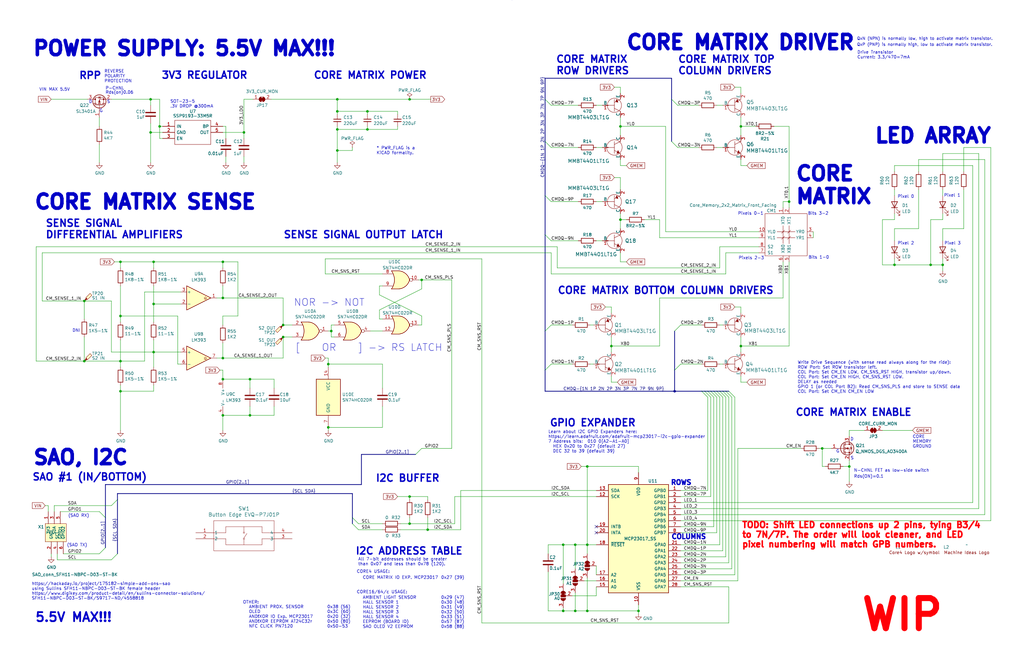
<source format=kicad_sch>
(kicad_sch (version 20231120) (generator "eeschema") (generator_version "8.0")
  (paper "B")
  (title_block (title "SAO Core4") (date "2024-08-31") (rev "0.2") (company "Concept and design by Andy Geppert @ www.MachineIdeas.com") (comment 2 "Visit www.Core64.io for information on assembly and optional features.") (comment 4 "All non-polarized capacitors are X7R or X5R ceramic unless otherwise noted."))
  (bus_alias "CA_SHIFT_REGISTER_BUS" (members "CM_SR_CLK" "CM_SR_LAT" "CM_SR_~{OE}" "CM_SR_SER1"))
  (bus_alias "CM_TRANSISTOR_DRIVE_BUS" (members "CM_Q1N" "CM_Q1P" "CM_Q2N" "CM_Q2P" "CM_Q3N" "CM_Q3P" "CM_Q4N" "CM_Q4P" "CM_Q5N" "CM_Q5P" "CM_Q6N" "CM_Q6P" "CM_Q7N" "CM_Q7P" "CM_Q8N" "CM_Q8P" "CM_Q9N" "CM_Q9P" "CM_Q10N" "CM_Q10P" "CA_SR_GPO_A" "CA_SR_GPO_B" "CA_SR_GPO_C" "CA_SR_GPO_D"))
  (bus_alias "GPIO_CPS_BUS" (members "GPIO1_CP1_SAO1" "GPIO2_CP2_SAO2" "GPIO3_CP3_DC" "GPIO4_CP4_CS2" "GPIO5_CP5_HS1" "GPIO6_CP6_HS2" "GPIO7_CP7_HS3" "GPIO8_CP8_HS4"))
  (bus_alias "I2C_3V3_BUS" (members "I2C_3V3_SCL" "I2C_3V3_SDA"))
  (bus_alias "SPI_3V3_BUS" (members "SPI_CD" "SPI_RESET" "SPI_SDI" "SPI_CS1" "SPI_CLK" "SPI_SDO"))
  (junction (at 63.5 55.88))
  (junction (at 231.14 295.91))
  (junction (at 142.24 54.61))
  (junction (at 237.49 257.81))
  (junction (at 392.43 111.76))
  (junction (at 105.41 175.26))
  (junction (at 143.51 295.91))
  (junction (at 35.56 127))
  (junction (at 93.98 175.26))
  (junction (at 154.94 46.99))
  (junction (at 303.53 308.61))
  (junction (at 172.72 318.77))
  (junction (at 64.77 128.27))
  (junction (at 93.98 125.73))
  (junction (at 50.8 165.1))
  (junction (at 242.57 229.87))
  (junction (at 142.24 41.91))
  (junction (at 217.17 318.77))
  (junction (at 64.77 148.59))
  (junction (at 187.96 295.91))
  (junction (at 35.56 152.4))
  (junction (at 247.65 196.85))
  (junction (at 119.38 137.16))
  (junction (at 138.43 318.77))
  (junction (at 138.43 153.67))
  (junction (at 332.74 85.09))
  (junction (at 397.51 111.76))
  (junction (at 260.35 318.77))
  (junction (at 226.06 318.77))
  (junction (at 93.98 110.49))
  (junction (at 93.98 151.13))
  (junction (at 102.87 55.88))
  (junction (at 139.7 139.7))
  (junction (at 358.14 196.85))
  (junction (at 284.48 165.1))
  (junction (at 269.24 318.77))
  (junction (at 247.65 257.81))
  (junction (at 142.24 63.5))
  (junction (at 377.19 111.76))
  (junction (at 50.8 152.4))
  (junction (at 180.34 223.52))
  (junction (at 172.72 308.61))
  (junction (at 50.8 133.35))
  (junction (at 64.77 110.49))
  (junction (at 303.53 300.99))
  (junction (at 185.42 299.72))
  (junction (at 217.17 300.99))
  (junction (at 182.88 318.77))
  (junction (at 237.49 229.87))
  (junction (at 312.42 146.05))
  (junction (at 257.81 146.05))
  (junction (at 138.43 180.34))
  (junction (at 142.24 46.99))
  (junction (at 242.57 257.81))
  (junction (at 261.62 92.71))
  (junction (at 105.41 160.02))
  (junction (at 172.72 300.99))
  (junction (at 172.72 209.55))
  (junction (at 93.98 160.02))
  (junction (at 228.6 299.72))
  (junction (at 260.35 308.61))
  (junction (at 217.17 292.1))
  (junction (at 172.72 220.98))
  (junction (at 172.72 41.91))
  (junction (at 247.65 229.87))
  (junction (at 63.5 41.91))
  (junction (at 217.17 308.61))
  (junction (at 269.24 257.81))
  (junction (at 177.8 118.11))
  (junction (at 260.35 300.99))
  (junction (at 154.94 54.61))
  (junction (at 312.42 53.34))
  (junction (at 346.71 189.23))
  (junction (at 172.72 292.1))
  (junction (at 140.97 299.72))
  (junction (at 67.31 53.34))
  (junction (at 261.62 53.34))
  (junction (at 119.38 142.24))
  (junction (at 50.8 110.49))
  (junction (at 260.35 292.1))
  (no_connect (at 251.46 224.79))
  (no_connect (at 251.46 222.25))
  (bus_entry (at 148.59 218.44) (size 2.54 2.54))
  (bus_entry (at 148.59 220.98) (size 2.54 2.54))
  (bus_entry (at 284.48 156.21) (size 2.54 -2.54))
  (bus_entry (at 284.48 139.7) (size 2.54 -2.54))
  (bus_entry (at 175.26 191.77) (size 2.54 -2.54))
  (bus_entry (at 300.99 165.1) (size 2.54 2.54))
  (bus_entry (at 46.99 213.36) (size 2.54 -2.54))
  (bus_entry (at 302.26 165.1) (size 2.54 2.54))
  (bus_entry (at 229.87 41.91) (size 2.54 2.54))
  (bus_entry (at 229.87 59.69) (size 2.54 2.54))
  (bus_entry (at 232.41 137.16) (size -2.54 2.54))
  (bus_entry (at 232.41 153.67) (size -2.54 2.54))
  (bus_entry (at 304.8 165.1) (size 2.54 2.54))
  (bus_entry (at 303.53 165.1) (size 2.54 2.54))
  (bus_entry (at 306.07 165.1) (size 2.54 2.54))
  (bus_entry (at 307.34 165.1) (size 2.54 2.54))
  (bus_entry (at 44.45 218.44) (size -2.54 -2.54))
  (bus_entry (at 297.18 165.1) (size 2.54 2.54))
  (bus_entry (at 229.87 99.06) (size 2.54 2.54))
  (bus_entry (at 229.87 82.55) (size 2.54 2.54))
  (bus_entry (at 41.91 233.68) (size 2.54 -2.54))
  (bus_entry (at 46.99 236.22) (size 2.54 -2.54))
  (bus_entry (at 298.45 165.1) (size 2.54 2.54))
  (bus_entry (at 283.21 59.69) (size 2.54 2.54))
  (bus_entry (at 295.91 165.1) (size 2.54 2.54))
  (bus_entry (at 299.72 165.1) (size 2.54 2.54))
  (bus_entry (at 283.21 41.91) (size 2.54 2.54))
  (wire (pts (xy 332.74 85.09) (xy 332.74 87.63)))
  (wire (pts (xy 217.17 300.99) (xy 217.17 308.61)))
  (wire (pts (xy 312.42 49.53) (xy 312.42 53.34)))
  (wire (pts (xy 154.94 46.99) (xy 167.64 46.99)))
  (wire (pts (xy 93.98 113.03) (xy 93.98 110.49)))
  (wire (pts (xy 93.98 133.35) (xy 100.33 133.35)))
  (wire (pts (xy 226.06 318.77) (xy 260.35 318.77)))
  (wire (pts (xy 251.46 101.6) (xy 254 101.6)))
  (wire (pts (xy 168.91 223.52) (xy 180.34 223.52)))
  (wire (pts (xy 151.13 223.52) (xy 161.29 223.52)))
  (wire (pts (xy 397.51 64.77) (xy 397.51 72.39)))
  (wire (pts (xy 358.14 196.85) (xy 358.14 203.2)))
  (wire (pts (xy 144.78 311.15) (xy 138.43 311.15)))
  (wire (pts (xy 137.16 109.22) (xy 137.16 115.57)))
  (wire (pts (xy 172.72 292.1) (xy 217.17 292.1)))
  (wire (pts (xy 26.67 233.68) (xy 41.91 233.68)))
  (wire (pts (xy 226.06 311.15) (xy 226.06 318.77)))
  (wire (pts (xy 24.13 236.22) (xy 24.13 233.68)))
  (wire (pts (xy 342.9 97.79) (xy 342.9 100.33)))
  (wire (pts (xy 261.62 67.31) (xy 261.62 69.85)))
  (wire (pts (xy 64.77 143.51) (xy 64.77 148.59)))
  (wire (pts (xy 177.8 137.16) (xy 177.8 133.35)))
  (wire (pts (xy 278.13 100.33) (xy 320.04 100.33)))
  (wire (pts (xy 209.55 308.61) (xy 208.28 308.61)))
  (wire (pts (xy 248.92 137.16) (xy 250.19 137.16)))
  (wire (pts (xy 143.51 308.61) (xy 144.78 308.61)))
  (wire (pts (xy 377.19 111.76) (xy 392.43 111.76)))
  (wire (pts (xy 311.15 189.23) (xy 311.15 245.11)))
  (wire (pts (xy 50.8 133.35) (xy 50.8 135.89)))
  (wire (pts (xy 303.53 104.14) (xy 320.04 104.14)))
  (wire (pts (xy 271.78 92.71) (xy 278.13 92.71)))
  (wire (pts (xy 161.29 153.67) (xy 161.29 163.83)))
  (wire (pts (xy 138.43 311.15) (xy 138.43 318.77)))
  (wire (pts (xy 138.43 181.61) (xy 138.43 180.34)))
  (wire (pts (xy 142.24 46.99) (xy 154.94 46.99)))
  (wire (pts (xy 60.96 123.19) (xy 60.96 152.4)))
  (wire (pts (xy 165.1 302.26) (xy 165.1 300.99)))
  (wire (pts (xy 252.73 302.26) (xy 252.73 300.99)))
  (wire (pts (xy 372.11 181.61) (xy 384.81 181.61)))
  (wire (pts (xy 278.13 125.73) (xy 330.2 125.73)))
  (wire (pts (xy 261.62 92.71) (xy 264.16 92.71)))
  (wire (pts (xy 295.91 307.34) (xy 295.91 308.61)))
  (wire (pts (xy 217.17 309.88) (xy 217.17 308.61)))
  (bus (pts (xy 229.87 41.91) (xy 229.87 59.69)))
  (wire (pts (xy 165.1 307.34) (xy 165.1 308.61)))
  (wire (pts (xy 330.2 87.63) (xy 330.2 85.09)))
  (wire (pts (xy 298.45 313.69) (xy 298.45 308.61)))
  (wire (pts (xy 231.14 257.81) (xy 231.14 241.3)))
  (wire (pts (xy 397.51 96.52) (xy 397.51 101.6)))
  (wire (pts (xy 19.05 213.36) (xy 20.32 213.36)))
  (wire (pts (xy 232.41 115.57) (xy 306.07 115.57)))
  (wire (pts (xy 172.72 218.44) (xy 172.72 220.98)))
  (wire (pts (xy 261.62 92.71) (xy 261.62 96.52)))
  (wire (pts (xy 172.72 318.77) (xy 138.43 318.77)))
  (wire (pts (xy 194.31 207.01) (xy 251.46 207.01)))
  (wire (pts (xy 303.53 153.67) (xy 304.8 153.67)))
  (wire (pts (xy 406.4 96.52) (xy 406.4 80.01)))
  (wire (pts (xy 102.87 55.88) (xy 102.87 58.42)))
  (bus (pts (xy 229.87 139.7) (xy 229.87 156.21)))
  (wire (pts (xy 252.73 300.99) (xy 260.35 300.99)))
  (wire (pts (xy 306.07 106.68) (xy 320.04 106.68)))
  (wire (pts (xy 269.24 318.77) (xy 303.53 318.77)))
  (wire (pts (xy 138.43 153.67) (xy 161.29 153.67)))
  (wire (pts (xy 306.07 234.95) (xy 306.07 167.64)))
  (wire (pts (xy 148.59 62.23) (xy 148.59 63.5)))
  (wire (pts (xy 154.94 46.99) (xy 154.94 48.26)))
  (wire (pts (xy 93.98 175.26) (xy 105.41 175.26)))
  (wire (pts (xy 358.14 194.31) (xy 358.14 196.85)))
  (wire (pts (xy 355.6 196.85) (xy 358.14 196.85)))
  (wire (pts (xy 377.19 96.52) (xy 387.35 96.52)))
  (wire (pts (xy 35.56 127) (xy 35.56 134.62)))
  (wire (pts (xy 172.72 300.99) (xy 172.72 292.1)))
  (wire (pts (xy 346.71 189.23) (xy 350.52 189.23)))
  (wire (pts (xy 172.72 220.98) (xy 191.77 220.98)))
  (wire (pts (xy 232.41 85.09) (xy 243.84 85.09)))
  (wire (pts (xy 50.8 152.4) (xy 50.8 154.94)))
  (wire (pts (xy 172.72 300.99) (xy 172.72 308.61)))
  (bus (pts (xy 304.8 165.1) (xy 306.07 165.1)))
  (wire (pts (xy 261.62 53.34) (xy 261.62 57.15)))
  (wire (pts (xy 309.88 129.54) (xy 312.42 129.54)))
  (wire (pts (xy 234.95 113.03) (xy 234.95 104.14)))
  (wire (pts (xy 142.24 63.5) (xy 148.59 63.5)))
  (wire (pts (xy 156.21 139.7) (xy 161.29 139.7)))
  (wire (pts (xy 67.31 41.91) (xy 67.31 53.34)))
  (wire (pts (xy 176.53 118.11) (xy 177.8 118.11)))
  (wire (pts (xy 417.83 62.23) (xy 417.83 219.71)))
  (wire (pts (xy 139.7 139.7) (xy 139.7 137.16)))
  (wire (pts (xy 303.53 113.03) (xy 303.53 104.14)))
  (wire (pts (xy 285.75 62.23) (xy 294.64 62.23)))
  (wire (pts (xy 257.81 161.29) (xy 260.35 161.29)))
  (bus (pts (xy 148.59 208.28) (xy 148.59 218.44)))
  (wire (pts (xy 312.42 53.34) (xy 312.42 57.15)))
  (wire (pts (xy 67.31 58.42) (xy 68.58 58.42)))
  (bus (pts (xy 283.21 41.91) (xy 283.21 59.69)))
  (wire (pts (xy 287.02 207.01) (xy 298.45 207.01)))
  (wire (pts (xy 312.42 146.05) (xy 332.74 146.05)))
  (bus (pts (xy 152.4 191.77) (xy 175.26 191.77)))
  (wire (pts (xy 64.77 120.65) (xy 64.77 128.27)))
  (wire (pts (xy 232.41 101.6) (xy 243.84 101.6)))
  (wire (pts (xy 119.38 142.24) (xy 123.19 142.24)))
  (wire (pts (xy 287.02 245.11) (xy 311.15 245.11)))
  (wire (pts (xy 177.8 118.11) (xy 190.5 118.11)))
  (wire (pts (xy 260.35 300.99) (xy 260.35 308.61)))
  (wire (pts (xy 377.19 80.01) (xy 377.19 82.55)))
  (wire (pts (xy 50.8 110.49) (xy 64.77 110.49)))
  (wire (pts (xy 412.75 214.63) (xy 412.75 64.77)))
  (wire (pts (xy 300.99 167.64) (xy 300.99 222.25)))
  (wire (pts (xy 246.38 245.11) (xy 251.46 245.11)))
  (wire (pts (xy 287.02 247.65) (xy 307.34 247.65)))
  (wire (pts (xy 269.24 318.77) (xy 269.24 311.15)))
  (bus (pts (xy 306.07 165.1) (xy 307.34 165.1)))
  (wire (pts (xy 15.24 104.14) (xy 234.95 104.14)))
  (wire (pts (xy 93.98 160.02) (xy 93.98 156.21)))
  (wire (pts (xy 165.1 300.99) (xy 172.72 300.99)))
  (wire (pts (xy 177.8 118.11) (xy 177.8 121.92)))
  (wire (pts (xy 311.15 189.23) (xy 337.82 189.23)))
  (wire (pts (xy 172.72 41.91) (xy 181.61 41.91)))
  (wire (pts (xy 208.28 313.69) (xy 212.09 313.69)))
  (wire (pts (xy 142.24 41.91) (xy 172.72 41.91)))
  (wire (pts (xy 180.34 218.44) (xy 180.34 223.52)))
  (wire (pts (xy 191.77 209.55) (xy 191.77 220.98)))
  (wire (pts (xy 64.77 113.03) (xy 64.77 110.49)))
  (wire (pts (xy 35.56 152.4) (xy 50.8 152.4)))
  (wire (pts (xy 105.41 160.02) (xy 115.57 160.02)))
  (wire (pts (xy 105.41 160.02) (xy 105.41 163.83)))
  (wire (pts (xy 287.02 137.16) (xy 295.91 137.16)))
  (wire (pts (xy 22.86 213.36) (xy 22.86 215.9)))
  (wire (pts (xy 237.49 229.87) (xy 237.49 246.38)))
  (wire (pts (xy 93.98 175.26) (xy 93.98 181.61)))
  (wire (pts (xy 167.64 54.61) (xy 167.64 53.34)))
  (wire (pts (xy 274.32 308.61) (xy 274.32 295.91)))
  (wire (pts (xy 377.19 96.52) (xy 377.19 101.6)))
  (wire (pts (xy 237.49 229.87) (xy 242.57 229.87)))
  (wire (pts (xy 261.62 80.01) (xy 261.62 74.93)))
  (wire (pts (xy 312.42 142.24) (xy 312.42 146.05)))
  (wire (pts (xy 95.25 66.04) (xy 95.25 68.58)))
  (wire (pts (xy 74.93 153.67) (xy 76.2 153.67)))
  (wire (pts (xy 119.38 125.73) (xy 119.38 137.16)))
  (wire (pts (xy 143.51 308.61) (xy 143.51 295.91)))
  (wire (pts (xy 190.5 118.11) (xy 190.5 189.23)))
  (wire (pts (xy 242.57 250.19) (xy 242.57 257.81)))
  (wire (pts (xy 287.02 237.49) (xy 307.34 237.49)))
  (wire (pts (xy 91.44 125.73) (xy 93.98 125.73)))
  (wire (pts (xy 232.41 153.67) (xy 241.3 153.67)))
  (wire (pts (xy 212.09 313.69) (xy 212.09 308.61)))
  (wire (pts (xy 312.42 67.31) (xy 312.42 69.85)))
  (wire (pts (xy 114.3 41.91) (xy 142.24 41.91)))
  (wire (pts (xy 237.49 257.81) (xy 242.57 257.81)))
  (bus (pts (xy 229.87 165.1) (xy 284.48 165.1)))
  (wire (pts (xy 46.99 127) (xy 46.99 148.59)))
  (wire (pts (xy 287.02 242.57) (xy 309.88 242.57)))
  (wire (pts (xy 95.25 53.34) (xy 95.25 58.42)))
  (wire (pts (xy 46.99 41.91) (xy 63.5 41.91)))
  (wire (pts (xy 143.51 295.91) (xy 187.96 295.91)))
  (wire (pts (xy 245.11 196.85) (xy 247.65 196.85)))
  (wire (pts (xy 377.19 109.22) (xy 377.19 111.76)))
  (wire (pts (xy 358.14 181.61) (xy 364.49 181.61)))
  (wire (pts (xy 303.53 309.88) (xy 303.53 308.61)))
  (wire (pts (xy 232.41 44.45) (xy 243.84 44.45)))
  (wire (pts (xy 287.02 212.09) (xy 410.21 212.09)))
  (wire (pts (xy 76.2 123.19) (xy 60.96 123.19)))
  (wire (pts (xy 64.77 128.27) (xy 76.2 128.27)))
  (wire (pts (xy 139.7 139.7) (xy 139.7 142.24)))
  (wire (pts (xy 397.51 92.71) (xy 392.43 92.71)))
  (wire (pts (xy 287.02 214.63) (xy 412.75 214.63)))
  (wire (pts (xy 303.53 167.64) (xy 303.53 229.87)))
  (wire (pts (xy 257.81 132.08) (xy 257.81 129.54)))
  (wire (pts (xy 232.41 313.69) (xy 228.6 313.69)))
  (wire (pts (xy 287.02 222.25) (xy 300.99 222.25)))
  (wire (pts (xy 60.96 152.4) (xy 50.8 152.4)))
  (wire (pts (xy 231.14 257.81) (xy 237.49 257.81)))
  (wire (pts (xy 247.65 257.81) (xy 269.24 257.81)))
  (wire (pts (xy 377.19 72.39) (xy 377.19 69.85)))
  (wire (pts (xy 257.81 158.75) (xy 257.81 161.29)))
  (wire (pts (xy 252.73 307.34) (xy 252.73 308.61)))
  (wire (pts (xy 203.2 109.22) (xy 137.16 109.22)))
  (polyline (pts (xy 215.9 -431.8) (xy 215.9 -152.4)) (stroke (width 0) (type dash)))
  (wire (pts (xy 15.24 152.4) (xy 35.56 152.4)))
  (wire (pts (xy 303.53 300.99) (xy 303.53 308.61)))
  (bus (pts (xy 297.18 165.1) (xy 298.45 165.1)))
  (wire (pts (xy 377.19 92.71) (xy 372.11 92.71)))
  (wire (pts (xy 417.83 62.23) (xy 406.4 62.23)))
  (wire (pts (xy 63.5 55.88) (xy 68.58 55.88)))
  (wire (pts (xy 50.8 143.51) (xy 50.8 152.4)))
  (wire (pts (xy 138.43 318.77) (xy 138.43 320.04)))
  (wire (pts (xy 114.3 295.91) (xy 143.51 295.91)))
  (wire (pts (xy 194.31 207.01) (xy 194.31 223.52)))
  (wire (pts (xy 247.65 196.85) (xy 269.24 196.85)))
  (wire (pts (xy 251.46 313.69) (xy 255.27 313.69)))
  (wire (pts (xy 304.8 232.41) (xy 304.8 167.64)))
  (wire (pts (xy 64.77 110.49) (xy 93.98 110.49)))
  (wire (pts (xy 295.91 300.99) (xy 303.53 300.99)))
  (wire (pts (xy 189.23 308.61) (xy 187.96 308.61)))
  (wire (pts (xy 41.91 49.53) (xy 41.91 53.34)))
  (wire (pts (xy 140.97 313.69) (xy 144.78 313.69)))
  (wire (pts (xy 248.92 153.67) (xy 250.19 153.67)))
  (wire (pts (xy 261.62 53.34) (xy 280.67 53.34)))
  (wire (pts (xy 287.02 234.95) (xy 306.07 234.95)))
  (wire (pts (xy 191.77 209.55) (xy 251.46 209.55)))
  (wire (pts (xy 269.24 311.15) (xy 275.59 311.15)))
  (wire (pts (xy 303.53 308.61) (xy 298.45 308.61)))
  (wire (pts (xy 105.41 171.45) (xy 105.41 175.26)))
  (wire (pts (xy 261.62 110.49) (xy 264.16 110.49)))
  (wire (pts (xy 209.55 300.99) (xy 217.17 300.99)))
  (wire (pts (xy 228.6 313.69) (xy 228.6 299.72)))
  (wire (pts (xy 280.67 53.34) (xy 280.67 97.79)))
  (wire (pts (xy 17.78 127) (xy 35.56 127)))
  (wire (pts (xy 309.88 242.57) (xy 309.88 167.64)))
  (wire (pts (xy 203.2 262.89) (xy 307.34 262.89)))
  (bus (pts (xy 229.87 33.02) (xy 283.21 33.02)))
  (wire (pts (xy 93.98 55.88) (xy 102.87 55.88)))
  (wire (pts (xy 119.38 137.16) (xy 123.19 137.16)))
  (wire (pts (xy 22.86 213.36) (xy 46.99 213.36)))
  (wire (pts (xy 387.35 67.31) (xy 387.35 72.39)))
  (wire (pts (xy 251.46 251.46) (xy 251.46 247.65)))
  (wire (pts (xy 260.35 300.99) (xy 260.35 292.1)))
  (wire (pts (xy 172.72 209.55) (xy 172.72 210.82)))
  (wire (pts (xy 161.29 180.34) (xy 138.43 180.34)))
  (wire (pts (xy 302.26 62.23) (xy 304.8 62.23)))
  (wire (pts (xy 102.87 66.04) (xy 102.87 68.58)))
  (wire (pts (xy 303.53 317.5) (xy 303.53 318.77)))
  (wire (pts (xy 387.35 96.52) (xy 387.35 80.01)))
  (wire (pts (xy 392.43 111.76) (xy 397.51 111.76)))
  (wire (pts (xy 160.02 120.65) (xy 161.29 120.65)))
  (wire (pts (xy 260.35 318.77) (xy 269.24 318.77)))
  (wire (pts (xy 177.8 189.23) (xy 190.5 189.23)))
  (wire (pts (xy 172.72 292.1) (xy 135.89 292.1)))
  (wire (pts (xy 312.42 53.34) (xy 318.77 53.34)))
  (wire (pts (xy 189.23 313.69) (xy 185.42 313.69)))
  (wire (pts (xy 237.49 256.54) (xy 237.49 257.81)))
  (wire (pts (xy 257.81 146.05) (xy 257.81 148.59)))
  (bus (pts (xy 284.48 165.1) (xy 295.91 165.1)))
  (wire (pts (xy 154.94 54.61) (xy 167.64 54.61)))
  (wire (pts (xy 138.43 151.13) (xy 137.16 151.13)))
  (wire (pts (xy 307.34 237.49) (xy 307.34 167.64)))
  (bus (pts (xy 44.45 204.47) (xy 152.4 204.47)))
  (wire (pts (xy 260.35 292.1) (xy 303.53 292.1)))
  (bus (pts (xy 229.87 99.06) (xy 229.87 139.7)))
  (wire (pts (xy 397.51 96.52) (xy 406.4 96.52)))
  (wire (pts (xy 415.29 67.31) (xy 415.29 217.17)))
  (bus (pts (xy 303.53 165.1) (xy 304.8 165.1)))
  (wire (pts (xy 397.51 90.17) (xy 397.51 92.71)))
  (wire (pts (xy 312.42 158.75) (xy 312.42 161.29)))
  (wire (pts (xy 95.25 53.34) (xy 93.98 53.34)))
  (wire (pts (xy 17.78 106.68) (xy 232.41 106.68)))
  (wire (pts (xy 312.42 39.37) (xy 312.42 36.83)))
  (bus (pts (xy 284.48 156.21) (xy 284.48 165.1)))
  (wire (pts (xy 154.94 54.61) (xy 154.94 53.34)))
  (wire (pts (xy 160.02 134.62) (xy 161.29 134.62)))
  (wire (pts (xy 415.29 67.31) (xy 387.35 67.31)))
  (bus (pts (xy 229.87 59.69) (xy 229.87 82.55)))
  (wire (pts (xy 231.14 295.91) (xy 274.32 295.91)))
  (wire (pts (xy 307.34 247.65) (xy 307.34 262.89)))
  (wire (pts (xy 287.02 224.79) (xy 302.26 224.79)))
  (wire (pts (xy 377.19 92.71) (xy 377.19 90.17)))
  (wire (pts (xy 172.72 209.55) (xy 180.34 209.55)))
  (wire (pts (xy 247.65 229.87) (xy 247.65 233.68)))
  (wire (pts (xy 64.77 128.27) (xy 64.77 135.89)))
  (wire (pts (xy 278.13 92.71) (xy 278.13 100.33)))
  (wire (pts (xy 242.57 229.87) (xy 242.57 240.03)))
  (wire (pts (xy 287.02 240.03) (xy 308.61 240.03)))
  (wire (pts (xy 63.5 44.45) (xy 63.5 41.91)))
  (wire (pts (xy 41.91 60.96) (xy 41.91 68.58)))
  (wire (pts (xy 332.74 110.49) (xy 332.74 146.05)))
  (wire (pts (xy 294.64 313.69) (xy 298.45 313.69)))
  (wire (pts (xy 185.42 313.69) (xy 185.42 299.72)))
  (wire (pts (xy 234.95 113.03) (xy 303.53 113.03)))
  (wire (pts (xy 93.98 156.21) (xy 92.71 156.21)))
  (wire (pts (xy 269.24 257.81) (xy 269.24 259.08)))
  (wire (pts (xy 247.65 243.84) (xy 247.65 257.81)))
  (wire (pts (xy 217.17 292.1) (xy 260.35 292.1)))
  (wire (pts (xy 406.4 72.39) (xy 406.4 62.23)))
  (wire (pts (xy 257.81 146.05) (xy 278.13 146.05)))
  (wire (pts (xy 232.41 308.61) (xy 231.14 308.61)))
  (wire (pts (xy 287.02 153.67) (xy 295.91 153.67)))
  (wire (pts (xy 299.72 209.55) (xy 299.72 167.64)))
  (wire (pts (xy 231.14 229.87) (xy 237.49 229.87)))
  (wire (pts (xy 142.24 54.61) (xy 142.24 53.34)))
  (bus (pts (xy 44.45 231.14) (xy 44.45 218.44)))
  (wire (pts (xy 114.3 299.72) (xy 140.97 299.72)))
  (wire (pts (xy 160.02 124.46) (xy 160.02 120.65)))
  (wire (pts (xy 93.98 133.35) (xy 93.98 137.16)))
  (bus (pts (xy 299.72 165.1) (xy 300.99 165.1)))
  (wire (pts (xy 63.5 52.07) (xy 63.5 55.88)))
  (wire (pts (xy 295.91 308.61) (xy 294.64 308.61)))
  (wire (pts (xy 182.88 311.15) (xy 182.88 318.77)))
  (wire (pts (xy 209.55 302.26) (xy 209.55 300.99)))
  (bus (pts (xy 298.45 165.1) (xy 299.72 165.1)))
  (wire (pts (xy 302.26 44.45) (xy 304.8 44.45)))
  (wire (pts (xy 330.2 85.09) (xy 332.74 85.09)))
  (wire (pts (xy 21.59 41.91) (xy 36.83 41.91)))
  (wire (pts (xy 140.97 299.72) (xy 185.42 299.72)))
  (bus (pts (xy 152.4 191.77) (xy 152.4 204.47)))
  (wire (pts (xy 177.8 121.92) (xy 160.02 130.81)))
  (wire (pts (xy 63.5 41.91) (xy 67.31 41.91)))
  (wire (pts (xy 217.17 318.77) (xy 226.06 318.77)))
  (wire (pts (xy 332.74 53.34) (xy 332.74 85.09)))
  (wire (pts (xy 346.71 189.23) (xy 346.71 196.85)))
  (wire (pts (xy 105.41 175.26) (xy 115.57 175.26)))
  (wire (pts (xy 392.43 92.71) (xy 392.43 111.76)))
  (wire (pts (xy 306.07 106.68) (xy 306.07 115.57)))
  (wire (pts (xy 168.91 220.98) (xy 172.72 220.98)))
  (wire (pts (xy 142.24 46.99) (xy 142.24 48.26)))
  (bus (pts (xy 283.21 33.02) (xy 283.21 41.91)))
  (wire (pts (xy 209.55 307.34) (xy 209.55 308.61)))
  (wire (pts (xy 102.87 41.91) (xy 106.68 41.91)))
  (wire (pts (xy 247.65 196.85) (xy 247.65 229.87)))
  (wire (pts (xy 358.14 181.61) (xy 358.14 184.15)))
  (wire (pts (xy 74.93 133.35) (xy 74.93 153.67)))
  (wire (pts (xy 172.72 309.88) (xy 172.72 308.61)))
  (wire (pts (xy 269.24 255.27) (xy 269.24 257.81)))
  (wire (pts (xy 269.24 196.85) (xy 269.24 199.39)))
  (wire (pts (xy 140.97 313.69) (xy 140.97 299.72)))
  (wire (pts (xy 177.8 133.35) (xy 160.02 124.46)))
  (polyline (pts (xy 205.74 -431.8) (xy 205.74 -152.4)) (stroke (width 0) (type dash)))
  (wire (pts (xy 309.88 36.83) (xy 312.42 36.83)))
  (wire (pts (xy 50.8 120.65) (xy 50.8 133.35)))
  (bus (pts (xy 295.91 165.1) (xy 297.18 165.1)))
  (wire (pts (xy 187.96 308.61) (xy 187.96 295.91)))
  (wire (pts (xy 372.11 111.76) (xy 377.19 111.76)))
  (wire (pts (xy 261.62 106.68) (xy 261.62 110.49)))
  (wire (pts (xy 67.31 53.34) (xy 68.58 53.34)))
  (wire (pts (xy 172.72 317.5) (xy 172.72 318.77)))
  (wire (pts (xy 287.02 209.55) (xy 299.72 209.55)))
  (wire (pts (xy 17.78 127) (xy 17.78 106.68)))
  (polyline (pts (xy 215.9 -152.4) (xy 215.9 0)) (stroke (width 0) (type dash)))
  (wire (pts (xy 50.8 162.56) (xy 50.8 165.1)))
  (wire (pts (xy 35.56 127) (xy 46.99 127)))
  (wire (pts (xy 251.46 85.09) (xy 254 85.09)))
  (wire (pts (xy 287.02 219.71) (xy 417.83 219.71)))
  (wire (pts (xy 21.59 234.95) (xy 21.59 233.68)))
  (wire (pts (xy 260.35 309.88) (xy 260.35 308.61)))
  (bus (pts (xy 49.53 208.28) (xy 49.53 210.82)))
  (wire (pts (xy 295.91 302.26) (xy 295.91 300.99)))
  (wire (pts (xy 259.08 36.83) (xy 261.62 36.83)))
  (wire (pts (xy 257.81 142.24) (xy 257.81 146.05)))
  (wire (pts (xy 142.24 63.5) (xy 142.24 68.58)))
  (wire (pts (xy 242.57 257.81) (xy 247.65 257.81)))
  (wire (pts (xy 165.1 308.61) (xy 163.83 308.61)))
  (wire (pts (xy 280.67 97.79) (xy 320.04 97.79)))
  (bus (pts (xy 303.53 165.1) (xy 302.26 165.1)))
  (wire (pts (xy 261.62 90.17) (xy 261.62 92.71)))
  (wire (pts (xy 137.16 115.57) (xy 161.29 115.57)))
  (wire (pts (xy 232.41 106.68) (xy 232.41 115.57)))
  (wire (pts (xy 326.39 53.34) (xy 332.74 53.34)))
  (wire (pts (xy 217.17 300.99) (xy 217.17 292.1)))
  (wire (pts (xy 138.43 139.7) (xy 139.7 139.7)))
  (wire (pts (xy 247.65 229.87) (xy 251.46 229.87)))
  (wire (pts (xy 46.99 148.59) (xy 64.77 148.59)))
  (bus (pts (xy 148.59 218.44) (xy 148.59 220.98)))
  (bus (pts (xy 49.53 208.28) (xy 148.59 208.28)))
  (wire (pts (xy 163.83 313.69) (xy 167.64 313.69)))
  (wire (pts (xy 251.46 44.45) (xy 254 44.45)))
  (wire (pts (xy 138.43 153.67) (xy 138.43 154.94)))
  (wire (pts (xy 259.08 74.93) (xy 261.62 74.93)))
  (wire (pts (xy 232.41 62.23) (xy 243.84 62.23)))
  (wire (pts (xy 397.51 109.22) (xy 397.51 111.76)))
  (wire (pts (xy 312.42 69.85) (xy 314.96 69.85)))
  (wire (pts (xy 410.21 212.09) (xy 410.21 69.85)))
  (wire (pts (xy 180.34 223.52) (xy 194.31 223.52)))
  (wire (pts (xy 231.14 308.61) (xy 231.14 295.91)))
  (wire (pts (xy 312.42 132.08) (xy 312.42 129.54)))
  (wire (pts (xy 255.27 129.54) (xy 257.81 129.54)))
  (wire (pts (xy 241.3 251.46) (xy 251.46 251.46)))
  (wire (pts (xy 50.8 165.1) (xy 64.77 165.1)))
  (wire (pts (xy 278.13 146.05) (xy 278.13 125.73)))
  (wire (pts (xy 252.73 308.61) (xy 251.46 308.61)))
  (wire (pts (xy 50.8 133.35) (xy 74.93 133.35)))
  (wire (pts (xy 93.98 120.65) (xy 93.98 125.73)))
  (wire (pts (xy 138.43 151.13) (xy 138.43 153.67)))
  (wire (pts (xy 91.44 151.13) (xy 93.98 151.13)))
  (wire (pts (xy 142.24 41.91) (xy 142.24 46.99)))
  (wire (pts (xy 228.6 299.72) (xy 271.78 299.72)))
  (wire (pts (xy 330.2 125.73) (xy 330.2 110.49)))
  (wire (pts (xy 203.2 109.22) (xy 203.2 262.89)))
  (wire (pts (xy 285.75 44.45) (xy 294.64 44.45)))
  (wire (pts (xy 410.21 69.85) (xy 377.19 69.85)))
  (wire (pts (xy 302.26 167.64) (xy 302.26 224.79)))
  (wire (pts (xy 167.64 209.55) (xy 172.72 209.55)))
  (wire (pts (xy 397.51 111.76) (xy 397.51 114.3)))
  (wire (pts (xy 182.88 318.77) (xy 217.17 318.77)))
  (bus (pts (xy 284.48 139.7) (xy 284.48 156.21)))
  (wire (pts (xy 93.98 125.73) (xy 119.38 125.73)))
  (bus (pts (xy 49.53 210.82) (xy 49.53 233.68)))
  (wire (pts (xy 217.17 308.61) (xy 212.09 308.61)))
  (wire (pts (xy 115.57 160.02) (xy 115.57 163.83)))
  (wire (pts (xy 260.35 317.5) (xy 260.35 318.77)))
  (wire (pts (xy 232.41 311.15) (xy 226.06 311.15)))
  (wire (pts (xy 287.02 232.41) (xy 304.8 232.41)))
  (wire (pts (xy 275.59 308.61) (xy 274.32 308.61)))
  (wire (pts (xy 185.42 299.72) (xy 228.6 299.72)))
  (bus (pts (xy 229.87 82.55) (xy 229.87 99.06)))
  (wire (pts (xy 142.24 54.61) (xy 142.24 63.5)))
  (wire (pts (xy 15.24 152.4) (xy 15.24 104.14)))
  (wire (pts (xy 63.5 55.88) (xy 63.5 68.58)))
  (wire (pts (xy 115.57 175.26) (xy 115.57 171.45)))
  (wire (pts (xy 151.13 220.98) (xy 161.29 220.98)))
  (wire (pts (xy 93.98 110.49) (xy 100.33 110.49)))
  (wire (pts (xy 261.62 49.53) (xy 261.62 53.34)))
  (wire (pts (xy 93.98 160.02) (xy 105.41 160.02)))
  (wire (pts (xy 50.8 165.1) (xy 50.8 181.61)))
  (wire (pts (xy 345.44 189.23) (xy 346.71 189.23)))
  (polyline (pts (xy 261.62 -8.89) (xy 437.515 -8.89)))
  (wire (pts (xy 372.11 92.71) (xy 372.11 111.76)))
  (wire (pts (xy 93.98 151.13) (xy 119.38 151.13)))
  (wire (pts (xy 161.29 171.45) (xy 161.29 180.34)))
  (wire (pts (xy 275.59 313.69) (xy 271.78 313.69)))
  (wire (pts (xy 255.27 313.69) (xy 255.27 308.61)))
  (wire (pts (xy 50.8 110.49) (xy 50.8 113.03)))
  (wire (pts (xy 347.98 196.85) (xy 346.71 196.85)))
  (wire (pts (xy 139.7 137.16) (xy 140.97 137.16)))
  (wire (pts (xy 303.53 300.99) (xy 303.53 292.1)))
  (polyline (pts (xy 226.06 -431.8) (xy 226.06 -152.4)) (stroke (width 0) (type dash)))
  (wire (pts (xy 312.42 161.29) (xy 314.96 161.29)))
  (wire (pts (xy 397.51 80.01) (xy 397.51 82.55)))
  (wire (pts (xy 261.62 69.85) (xy 264.16 69.85)))
  (wire (pts (xy 64.77 148.59) (xy 64.77 154.94)))
  (wire (pts (xy 232.41 137.16) (xy 241.3 137.16)))
  (wire (pts (xy 100.33 133.35) (xy 100.33 110.49)))
  (wire (pts (xy 287.02 217.17) (xy 415.29 217.17)))
  (wire (pts (xy 308.61 167.64) (xy 308.61 240.03)))
  (wire (pts (xy 287.02 229.87) (xy 303.53 229.87)))
  (wire (pts (xy 260.35 308.61) (xy 255.27 308.61)))
  (wire (pts (xy 139.7 142.24) (xy 140.97 142.24)))
  (wire (pts (xy 312.42 146.05) (xy 312.42 148.59)))
  (wire (pts (xy 119.38 142.24) (xy 119.38 151.13)))
  (wire (pts (xy 172.72 308.61) (xy 167.64 308.61)))
  (wire (pts (xy 142.24 54.61) (xy 154.94 54.61)))
  (wire (pts (xy 261.62 39.37) (xy 261.62 36.83)))
  (wire (pts (xy 251.46 242.57) (xy 251.46 238.76)))
  (wire (pts (xy 67.31 53.34) (xy 67.31 58.42)))
  (wire (pts (xy 187.96 295.91) (xy 231.14 295.91)))
  (wire (pts (xy 189.23 311.15) (xy 182.88 311.15)))
  (bus (pts (xy 302.26 165.1) (xy 300.99 165.1)))
  (wire (pts (xy 167.64 46.99) (xy 167.64 48.26)))
  (wire (pts (xy 102.87 41.91) (xy 102.87 55.88)))
  (wire (pts (xy 160.02 130.81) (xy 160.02 134.62)))
  (wire (pts (xy 231.14 229.87) (xy 231.14 233.68)))
  (wire (pts (xy 180.34 209.55) (xy 180.34 210.82)))
  (wire (pts (xy 298.45 207.01) (xy 298.45 167.64)))
  (wire (pts (xy 217.17 317.5) (xy 217.17 318.77)))
  (wire (pts (xy 64.77 162.56) (xy 64.77 165.1)))
  (bus (pts (xy 44.45 204.47) (xy 44.45 218.44)))
  (wire (pts (xy 24.13 236.22) (xy 46.99 236.22)))
  (bus (pts (xy 229.87 156.21) (xy 229.87 165.1)))
  (wire (pts (xy 242.57 229.87) (xy 247.65 229.87)))
  (wire (pts (xy 182.88 318.77) (xy 172.72 318.77)))
  (wire (pts (xy 35.56 142.24) (xy 35.56 152.4)))
  (wire (pts (xy 303.53 137.16) (xy 304.8 137.16)))
  (wire (pts (xy 251.46 62.23) (xy 254 62.23)))
  (wire (pts (xy 412.75 64.77) (xy 397.51 64.77)))
  (bus (pts (xy 229.87 33.02) (xy 229.87 41.91)))
  (wire (pts (xy 48.26 110.49) (xy 50.8 110.49)))
  (wire (pts (xy 20.32 213.36) (xy 20.32 215.9)))
  (wire (pts (xy 176.53 137.16) (xy 177.8 137.16)))
  (wire (pts (xy 167.64 313.69) (xy 167.64 308.61)))
  (wire (pts (xy 271.78 313.69) (xy 271.78 299.72)))
  (wire (pts (xy 64.77 148.59) (xy 76.2 148.59)))
  (wire (pts (xy 25.4 215.9) (xy 41.91 215.9)))
  (wire (pts (xy 93.98 144.78) (xy 93.98 151.13)))
  (text "Bits 1-0" (at 340.868 109.474 0) (effects (font (size 1.27 1.27)) (justify left bottom)))
  (text "Pixel 0" (at 378.46 83.82 0) (effects (font (size 1.27 1.27)) (justify left bottom)))
  (text "QxP (PNP) is normally high, low to activate matrix transistor." (at 361.315 19.685 0) (effects (font (size 1.1938 1.1938)) (justify left bottom)))
  (text "SILKSCREEN: 0x32" (at 229.87 290.83 0) (effects (font (size 1.27 1.27)) (justify left bottom)))
  (text "NOR -> NOT" (at 123.825 129.54 0) (effects (font (size 2.9972 2.9972)) (justify left bottom)))
  (text "AMBIENT PROX. SENSOR\nOLED\nAND!XOR IO Exp. MCP23017\nAND!XOR EEPROM AT24C32r\nNFC CLICK PN7120\n" (at 104.902 265.176 0) (effects (font (size 1.27 1.27)) (justify left bottom)))
  (text "https://hackaday.io/project/175182-simple-add-ons-sao\nusing Sullins SFH11-NBPC-D03-ST-BK female header\nhttps://www.digikey.com/product-detail/en/sullins-connector-solutions/\nSFH11-NBPC-D03-ST-BK/S9717-ND/4558818" (at 13.335 253.365 0) (effects (font (size 1.27 1.27)) (justify left bottom)))
  (text "Bits 3-2" (at 340.614 90.932 0) (effects (font (size 1.27 1.27)) (justify left bottom)))
  (text "TODO: Shift LED connections up 2 pins, tying B3/4\nto 7N/7P. The order will look cleaner, and LED\npixel numbering will match GPB numbers." (at 312.674 225.806 0) (effects (font (size 2.54 2.54) (thickness 2.54) (bold yes)) (justify left)))
  (text "CORE\nMEMORY\nGROUND" (at 384.81 189.23 0) (effects (font (size 1.27 1.27)) (justify left bottom)))
  (text "S" (at 45.085 43.815 0) (effects (font (size 1.27 1.27)) (justify left bottom)))
  (text "N-CHNL FET as low-side switch" (at 360.045 199.39 0) (effects (font (size 1.27 1.27)) (justify left bottom)))
  (text "SENSE SIGNAL OUTPUT LATCH" (at 119.38 100.965 0) (effects (font (size 3 3) (thickness 0.5994) (bold yes)) (justify left bottom)))
  (text "[    OR    ] -> RS LATCH" (at 124.46 148.59 0) (effects (font (size 2.9972 2.9972)) (justify left bottom)))
  (text "CORE MATRIX\nROW DRIVERS" (at 234.315 31.75 0) (effects (font (size 3 3) (thickness 0.6) (bold yes)) (justify left bottom)))
  (text "CORE4 USAGE:" (at 150.368 242.062 0) (effects (font (size 1.27 1.27)) (justify left bottom)))
  (text "CORE MATRIX IO EXP. MCP23017" (at 152.908 244.602 0) (effects (font (size 1.27 1.27)) (justify left bottom)))
  (text "Pixels 0-1" (at 311.15 90.932 0) (effects (font (size 1.27 1.27)) (justify left bottom)))
  (text "CORE MATRIX BOTTOM COLUMN DRIVERS" (at 234.95 124.46 0) (effects (font (size 3 3) (thickness 0.6) (bold yes)) (justify left bottom)))
  (text "SOT-23-5\n.3V DROP @300mA" (at 71.755 45.72 0) (effects (font (size 1.27 1.27)) (justify left bottom)))
  (text "0x29 (47)\n0x30 (48)\n0x31 (49)\n0x32 (50)\n0x33 (51)\n0x57 (87)\n0x58 (88)" (at 185.928 265.303 0) (effects (font (size 1.27 1.27)) (justify left bottom)))
  (text "QxN (NPN) is normally low, high to activate matrix transistor." (at 361.315 17.145 0) (effects (font (size 1.1938 1.1938)) (justify left bottom)))
  (text "ROWS" (at 282.702 204.978 0) (effects (font (size 2.032 2.032) (thickness 0.6) (bold yes)) (justify left bottom)))
  (text "Pixel 2" (at 378.46 103.505 0) (effects (font (size 1.27 1.27)) (justify left bottom)))
  (text "DIGITAL LOGIC GROUND" (at 143.51 323.85 0) (effects (font (size 1.27 1.27)) (justify left bottom)))
  (text "COLUMNS" (at 282.956 227.838 0) (effects (font (size 2.032 2.032) (thickness 0.6) (bold yes)) (justify left bottom)))
  (text "* PWR_FLAG is a\nKiCAD formality." (at 158.75 65.405 0) (effects (font (size 1.27 1.27)) (justify left bottom)))
  (text "Pixel 1" (at 398.018 83.312 0) (effects (font (size 1.27 1.27)) (justify left bottom)))
  (text "GPIO EXPANDER" (at 231.648 180.34 0) (effects (font (size 3 3) (thickness 0.6) (bold yes)) (justify left bottom)))
  (text "Rds(ON)=0.1" (at 360.045 201.93 0) (effects (font (size 1.27 1.27)) (justify left bottom)))
  (text "AMBIENT LIGHT SENSOR\nHALL SENSOR 1\nHALL SENSOR 2\nHALL SENSOR 3\nHALL SENSOR 4\nEEPROM (BOARD ID)\nSAO OLED V2 EEPROM" (at 152.908 265.303 0) (effects (font (size 1.27 1.27)) (justify left bottom)))
  (text "CORE MATRIX ENABLE" (at 335.28 175.895 0) (effects (font (size 3 3) (thickness 0.6) (bold yes)) (justify left bottom)))
  (text "POWER SUPPLY: 5.5V MAX!!!" (at 13.335 24.13 0) (effects (font (size 6 6) (thickness 1.6) (bold yes)) (justify left bottom)))
  (text "Drive Transistor\nCurrent: 3.3/470=7mA" (at 361.442 25.019 0) (effects (font (size 1.27 1.27)) (justify left bottom)))
  (text "CORE MATRIX DRIVER" (at 263.525 21.59 0) (effects (font (size 6 6) (thickness 1.6) (bold yes)) (justify left bottom)))
  (text "CORE MATRIX TOP \nCOLUMN DRIVERS" (at 285.75 31.75 0) (effects (font (size 3 3) (thickness 0.6) (bold yes)) (justify left bottom)))
  (text "Rds(on)0.06" (at 44.45 39.878 0) (effects (font (size 1.27 1.27)) (justify left bottom)))
  (text "5.5V MAX!!!" (at 14.605 262.89 0) (effects (font (size 3.81 3.81) (thickness 0.762) (bold yes)) (justify left bottom)))
  (text "G" (at 352.552 191.262 0) (effects (font (size 1.27 1.27)) (justify left bottom)))
  (text "3V3 REGULATOR" (at 67.945 33.655 0) (effects (font (size 3 3) (thickness 0.6) (bold yes)) (justify left bottom)))
  (text "VIN MAX 5.5V" (at 16.51 38.608 0) (effects (font (size 1.27 1.27)) (justify left bottom)))
  (text "G" (at 41.91 47.625 0) (effects (font (size 1.27 1.27)) (justify left bottom)))
  (text "(SAO TX)" (at 28.194 230.886 0) (effects (font (size 1.27 1.27)) (justify left bottom)))
  (text "S" (at 358.648 194.183 0) (effects (font (size 1.27 1.27)) (justify left bottom)))
  (text "D" (at 37.465 43.815 0) (effects (font (size 1.27 1.27)) (justify left bottom)))
  (text "Write Drive Sequence (with sense read always along for the ride):\nROW Port: Set ROW transistor left.\nCOL Port: Set CM_EN LOW, CM_SNS_RST HIGH, transistor up/down.\nCOL Port: Set CM_EN HIGH, CM_SNS_RST LOW.\nDELAY as needed\nGPIO 1 (or COL Port B2): Read CM_SNS_PLS and store to SENSE data\nCOL Port: Set CM_EN CM_EN LOW\n" (at 336.296 166.116 0) (effects (font (size 1.27 1.27)) (justify left bottom)))
  (text "HALL SENSORS" (at 142.24 287.02 0) (effects (font (size 2.54 2.54)) (justify left bottom)))
  (text "0x38 (56)\n0x3C (60)\n0x20 (32)\n0x50 (80)\n0x50-53" (at 137.922 265.176 0) (effects (font (size 1.27 1.27)) (justify left bottom)))
  (text "SAO #1 (IN/BOTTOM)" (at 13.462 203.2 0) (effects (font (size 3 3) (thickness 0.6) (bold yes)) (justify left bottom)))
  (text "0x27 (39)" (at 185.928 244.602 0) (effects (font (size 1.27 1.27)) (justify left bottom)))
  (text "SENSE SIGNAL \nDIFFERENTIAL AMPLIFIERS" (at 19.05 100.965 0) (effects (font (size 3 3) (thickness 0.5994) (bold yes)) (justify left bottom)))
  (text "DNI" (at 30.48 140.335 0) (effects (font (size 1.27 1.27)) (justify left bottom)))
  (text "OTHER:" (at 102.362 255.016 0) (effects (font (size 1.27 1.27)) (justify left bottom)))
  (text "REVERSE\nPOLARITY\nPROTECTION" (at 43.942 35.052 0) (effects (font (size 1.27 1.27)) (justify left bottom)))
  (text "WIP" (at 380.492 259.588 0) (effects (font (size 12.7 12.7) (thickness 2.54) (bold yes))))
  (text "SILKSCREEN: 0x31" (at 186.69 290.83 0) (effects (font (size 1.27 1.27)) (justify left bottom)))
  (text "I2C BUFFER" (at 158.242 203.708 0) (effects (font (size 3 3) (thickness 0.6) (bold yes)) (justify left bottom)))
  (text "I2C configurable hall sensors, not just a switch.\nSilicon Labs SI7210-B-xx-IV (00, 02, 03, 04)\nLow (push-pull) up to 20 mT, SOT23-5\nRecommended sensitivity ± (N and S) 3-7 mT (30-70 Gauss)" (at 185.42 330.2 0) (effects (font (size 1.27 1.27)) (justify left bottom)))
  (text "Pixels 2-3" (at 311.404 109.728 0) (effects (font (size 1.27 1.27)) (justify left bottom)))
  (text "CORE\nMATRIX" (at 335.026 86.614 0) (effects (font (size 6 6) (thickness 1.6) (bold yes)) (justify left bottom)))
  (text "I2C ADDRESS TABLE" (at 149.733 234.442 0) (effects (font (size 2.9972 2.9972) (thickness 0.5994) (bold yes)) (justify left bottom)))
  (text "SAO, I2C" (at 13.462 196.723 0) (effects (font (size 6 6) (thickness 1.6) (bold yes)) (justify left bottom)))
  (text "CORE16/64/c USAGE:" (at 150.368 250.698 0) (effects (font (size 1.27 1.27)) (justify left bottom)))
  (text "D" (at 358.521 186.182 0) (effects (font (size 1.27 1.27)) (justify left bottom)))
  (text "RPP" (at 33.147 33.782 0) (effects (font (size 3 3) (thickness 0.5994) (bold yes)) (justify left bottom)))
  (text "Learn about I2C GPIO Expanders here:\nhttps://learn.adafruit.com/adafruit-mcp23017-i2c-gpio-expander\n7 Address bits:  010 0[A2-A1-A0]\n  HEX 0x20 to 0x27 (default 27)\n  DEC 32 to 39 (default 39)" (at 231.14 191.262 0) (effects (font (size 1.27 1.27)) (justify left bottom)))
  (text "SILKSCREEN: 0x33" (at 273.05 290.83 0) (effects (font (size 1.27 1.27)) (justify left bottom)))
  (text "Pixel 3" (at 398.145 103.505 0) (effects (font (size 1.27 1.27)) (justify left bottom)))
  (text "LED ARRAY" (at 368.3 60.96 0) (effects (font (size 6 6) (thickness 1.6) (bold yes)) (justify left bottom)))
  (text "CORE MATRIX SENSE" (at 13.97 88.9 0) (effects (font (size 6 6) (thickness 1.6) (bold yes)) (justify left bottom)))
  (text "CORE MATRIX POWER" (at 132.08 33.655 0) (effects (font (size 3 3) (thickness 0.6) (bold yes)) (justify left bottom)))
  (text "P-CHNL" (at 44.45 38.1 0) (effects (font (size 1.27 1.27)) (justify left bottom)))
  (text "All 7-bit addresses should be greater\nthan 0x07 and less than 0x78 (120)." (at 151.003 238.887 0) (effects (font (size 1.27 1.27)) (justify left bottom)))
  (text "(SAO RX)" (at 28.702 218.44 0) (effects (font (size 1.27 1.27)) (justify left bottom)))
  (text "SILKSCREEN: 0x30" (at 142.24 290.83 0) (effects (font (size 1.27 1.27)) (justify left bottom)))
  (label "SDA" (at 28.575 213.36 0))
  (label "CM_SENSE_1_IN" (at 194.31 106.68 180))
  (label "I2C_SCL" (at 232.41 209.55 0))
  (label "YL0" (at 264.16 53.34 0))
  (label "YL1" (at 307.34 100.33 0))
  (label "I2C_SDA" (at 232.41 207.01 0))
  (label "{SCL SDA}" (at 123.19 208.28 0))
  (label "GPIO1" (at 28.575 215.9 0))
  (label "SCL" (at 28.575 236.22 0))
  (label "CM_SNS_RST" (at 203.2 147.955 90))
  (label "CMDQ-3N" (at 285.75 62.23 0))
  (label "CA_SENSE_2_OUT" (at 116.84 125.73 180))
  (label "CMDQ-1N" (at 288.29 229.87 0))
  (label "LED_3" (at 288.29 217.17 0))
  (label "CM_SENSE_2_IN" (at 34.29 152.4 180))
  (label "CMDQ-7P" (at 232.41 44.45 0))
  (label "CM_SENSE_2_IN" (at 287.02 113.03 0))
  (label "LED_2" (at 288.29 214.63 0))
  (label "GPIO2" (at 28.575 233.68 0))
  (label "XT0,1" (at 314.325 53.34 0))
  (label "CA_SENSE_1_OUT" (at 114.935 151.13 180))
  (label "XB1" (at 332.74 115.57 90))
  (label "CMDQ-1N" (at 232.41 153.67 0))
  (label "CMDQ-3N" (at 288.29 240.03 0))
  (label "YL0" (at 307.34 97.79 0))
  (label "CMDQ-7N" (at 288.29 207.01 0))
  (label "I2C_SDA" (at 182.88 223.52 0))
  (label "LED_4" (at 288.29 219.71 0))
  (label "YL1" (at 273.05 92.71 0))
  (label "CMDQ-7P" (at 288.29 209.55 0))
  (label "CMDQ-2P" (at 288.29 237.49 0))
  (label "XB1" (at 315.595 146.05 0))
  (label "CM_SNS_RST" (at 248.92 262.89 0))
  (label "CMDQ-2P" (at 287.02 137.16 0))
  (label "3V3_LDO" (at 102.87 44.45 270))
  (label "CMDQ-7N" (at 232.41 62.23 0))
  (label "XT0,1" (at 332.74 83.82 90))
  (label "LED_1" (at 288.29 212.09 0))
  (label "I2C_3V3_SCL" (at 123.19 299.72 0))
  (label "CMDQ-{1N 1P 2N 2P 3N 3P 7N 7P 9N 9P}" (at 229.87 74.93 90))
  (label "CM_SNS_PLS" (at 190.5 148.59 90))
  (label "CMDQ-3P" (at 288.29 242.57 0))
  (label "CM_SENSE_1_IN" (at 287.02 115.57 0))
  (label "GPIO[2..1]" (at 95.25 204.47 0))
  (label "XB0" (at 261.62 146.05 0))
  (label "CMDQ-9P" (at 232.41 85.09 0))
  (label "CMDQ-3P" (at 285.75 44.45 0))
  (label "CM_EN" (at 331.47 189.23 0))
  (label "CM_EN" (at 288.29 245.11 0))
  (label "CM_SENSE_1_IN" (at 34.29 127 180))
  (label "GPIO[2..1]" (at 162.56 191.77 0))
  (label "GPIO[2..1]" (at 44.45 229.87 90))
  (label "CMDQ-2N" (at 288.29 234.95 0))
  (label "CMDQ-9N" (at 232.41 101.6 0))
  (label "I2C_3V3_SDA" (at 123.19 295.91 0))
  (label "GPIO2" (at 179.07 189.23 0))
  (label "CMDQ-1P" (at 288.29 232.41 0))
  (label "CM_SNS_PLS" (at 179.07 118.11 0))
  (label "SDA" (at 152.4 223.52 0))
  (label "SCL" (at 152.4 220.98 0))
  (label "CM_SNS_RST" (at 139.7 115.57 0))
  (label "CMDQ-2N" (at 287.02 153.67 0))
  (label "CM_SNS_RST" (at 203.2 259.08 90))
  (label "CM_SNS_RST" (at 288.29 247.65 0))
  (label "CMDQ-1P" (at 232.41 137.16 0))
  (label "CMDQ-{1N 1P 2N 2P 3N 3P 7N 7P 9N 9P}" (at 237.49 165.1 0))
  (label "I2C_SCL" (at 182.88 220.98 0))
  (label "XB0" (at 330.2 115.57 90))
  (label "CMDQ-9N" (at 288.29 222.25 0))
  (label "CM_SENSE_2_IN" (at 194.31 104.14 180))
  (label "CMDQ-9P" (at 288.29 224.79 0))
  (label "{SCL SDA}" (at 49.53 228.6 90))
  (global_label "GMEM" (shape input) (at 384.81 181.61 0) (property "Intersheetrefs" "${INTERSHEET_REFS}" (effects (hide yes))))
  (global_label "3V3" (shape input) (at 259.08 74.93 180) (property "Intersheetrefs" "${INTERSHEET_REFS}" (effects (hide yes))))
  (global_label "3V3" (shape input) (at 309.88 129.54 180) (property "Intersheetrefs" "${INTERSHEET_REFS}" (effects (hide yes))))
  (global_label "VIN" (shape input) (at 19.05 213.36 180) (property "Intersheetrefs" "${INTERSHEET_REFS}" (effects (hide yes))))
  (global_label "GMEM" (shape input) (at 314.96 161.29 0) (property "Intersheetrefs" "${INTERSHEET_REFS}" (effects (hide yes))))
  (global_label "3V3" (shape input) (at 92.71 156.21 180) (property "Intersheetrefs" "${INTERSHEET_REFS}" (effects (hide yes))))
  (global_label "3V3" (shape input) (at 309.88 36.83 180) (property "Intersheetrefs" "${INTERSHEET_REFS}" (effects (hide yes))))
  (global_label "GMEM" (shape input) (at 314.96 69.85 0) (property "Intersheetrefs" "${INTERSHEET_REFS}" (effects (hide yes))))
  (global_label "3V3" (shape input) (at 167.64 209.55 180) (property "Intersheetrefs" "${INTERSHEET_REFS}" (effects (hide yes))))
  (global_label "3V3" (shape input) (at 255.27 129.54 180) (property "Intersheetrefs" "${INTERSHEET_REFS}" (effects (hide yes))))
  (global_label "GMEM" (shape input) (at 260.35 161.29 0) (property "Intersheetrefs" "${INTERSHEET_REFS}" (effects (hide yes))))
  (global_label "3V3" (shape input) (at 245.11 196.85 180) (property "Intersheetrefs" "${INTERSHEET_REFS}" (effects (hide yes))))
  (global_label "3V3" (shape input) (at 137.16 151.13 180) (property "Intersheetrefs" "${INTERSHEET_REFS}" (effects (hide yes))))
  (global_label "3V3" (shape input) (at 48.26 110.49 180) (property "Intersheetrefs" "${INTERSHEET_REFS}" (effects (hide yes))))
  (global_label "GMEM" (shape input) (at 264.16 69.85 0) (property "Intersheetrefs" "${INTERSHEET_REFS}" (effects (hide yes))))
  (global_label "3V3" (shape output) (at 181.61 41.91 0) (property "Intersheetrefs" "${INTERSHEET_REFS}" (effects (hide yes))))
  (global_label "VIN" (shape input) (at 21.59 41.91 180) (property "Intersheetrefs" "${INTERSHEET_REFS}" (effects (hide yes))))
  (global_label "3V3" (shape input) (at 259.08 36.83 180) (property "Intersheetrefs" "${INTERSHEET_REFS}" (effects (hide yes))))
  (global_label "GMEM" (shape input) (at 264.16 110.49 0) (property "Intersheetrefs" "${INTERSHEET_REFS}" (effects (hide yes))))
  (global_label "3V3" (shape input) (at 135.89 292.1 180) (property "Intersheetrefs" "${INTERSHEET_REFS}" (effects (hide yes))))
  (symbol (lib_id "Connector:TestPoint_Probe") (at 35.56 152.4 0) (unit 1)
    (property "Reference" "TP21" (at 38.735 149.225 0) (effects (justify left)))
    (property "Value" "S2 IN" (at 38.735 151.13 0) (effects (justify left)))
    (property "Footprint" "TestPoint:TestPoint_Pad_1.5x1.5mm" (effects (hide yes)))
    (property "Populate" "DNP" (effects (hide yes)))
  )
  (symbol (lib_name "LM393_3") (lib_id "Comparator:LM393") (at 96.52 167.64 0) (unit 3)
    (property "Reference" "U9" (at 95.25 166.3699 0) (effects (justify left)))
    (property "Value" "LM393" (at 95.25 168.9099 0) (effects (justify left)))
    (property "Footprint" "Andy_Footprint_Library:SOIC-8_W3.9mm" (effects (hide yes)))
    (property "Datasheet" "http://www.ti.com/lit/ds/symlink/lm393.pdf" (effects (hide yes)))
    (property "Description" "Low-Power, Low-Offset Voltage, Dual Comparators, DIP-8/SOIC-8/TO-99-8" (effects (hide yes)))
    (property "LCSC" "C7955" (effects (hide yes)))
  )
  (symbol (lib_id "Device:R") (at 180.34 214.63 0) (unit 1)
    (property "Reference" "R31" (at 182.118 213.4616 0) (effects (justify left)))
    (property "Value" "1K2" (at 182.118 215.773 0) (effects (justify left)))
    (property "Footprint" "Resistor_SMD:R_0805_2012Metric" (effects (hide yes)))
    (property "Description" "Resistor_SMD:R_0805_2012Metric" (effects (hide yes)))
    (property "Populate" "no" (effects (hide yes)))
    (property "LCSC" "C17379" (effects (hide yes)))
  )
  (symbol (lib_id "Device:R") (at 93.98 140.97 0) (unit 1)
    (property "Reference" "R55" (at 95.758 139.8016 0) (effects (justify left)))
    (property "Value" "1K2" (at 95.758 142.113 0) (effects (justify left)))
    (property "Footprint" "Resistor_SMD:R_0805_2012Metric" (effects (hide yes)))
    (property "Description" "RES 1.2K OHM" (effects (hide yes)))
    (property "Value_Modifier" "10%" (effects (hide yes)))
    (property "Insert?" "Yes" (effects (hide yes)))
    (property "LCSC" "C17379" (effects (hide yes)))
    (property "Populate" "yes" (effects (hide yes)))
  )
  (symbol (lib_id "Device:R") (at 245.11 153.67 270) (unit 1)
    (property "Reference" "R2" (at 245.11 151.13 90))
    (property "Value" "470" (at 245.11 156.21 90))
    (property "Footprint" "Resistor_SMD:R_0805_2012Metric" (effects (hide yes)))
    (property "Description" "RES 470 OHM" (effects (hide yes)))
    (property "Value_Modifier" "10%" (effects (hide yes)))
    (property "Insert?" "Yes" (effects (hide yes)))
    (property "LCSC" "C17710" (effects (hide yes)))
    (property "Populate" "yes" (effects (hide yes)))
  )
  (symbol (lib_id "Connector:TestPoint_Probe") (at 119.38 142.24 180) (unit 1)
    (property "Reference" "TP23" (at 116.205 145.415 0) (effects (justify left)))
    (property "Value" "S1 OUT" (at 116.205 143.51 0) (effects (justify left)))
    (property "Footprint" "TestPoint:TestPoint_Pad_1.5x1.5mm" (effects (hide yes)))
    (property "Populate" "DNP" (effects (hide yes)))
  )
  (symbol (lib_id "Interface_Expansion:MCP23017_SS") (at 269.24 227.33 0) (unit 1)
    (property "Reference" "U11" (at 273.304 202.946 0) (effects (justify left)))
    (property "Value" "MCP23017_SS" (at 263.144 227.33 0) (effects (justify left)))
    (property "Footprint" "Package_SO:SSOP-28_5.3x10.2mm_P0.65mm" (effects (hide yes)))
    (property "Datasheet" "http://ww1.microchip.com/downloads/en/DeviceDoc/20001952C.pdf" (effects (hide yes)))
    (property "Description" "16-bit I/O expander, I2C, interrupts, w pull-ups, SSOP-28" (effects (hide yes)))
    (property "LCSC" "C506653" (effects (hide yes)))
  )
  (symbol (lib_id "Device:Q_NMOS_GSD") (at 355.6 189.23 0) (unit 1)
    (property "Reference" "Q21" (at 360.807 188.0362 0) (effects (justify left)))
    (property "Value" "Q_NMOS_DGS_AO3400A" (at 360.68 190.5 0) (effects (justify left)))
    (property "Footprint" "digikey-footprints:SOT-23-3" (effects (hide yes)))
    (property "Datasheet" "http://www.onsemi.com/pub/Collateral/NTR4503N-D.PDF" (effects (hide yes)))
    (property "Description" "C20917" (effects (hide yes)))
    (property "Populate" "yes" (effects (hide yes)))
    (property "LCSC" "C20917" (effects (hide yes)))
  )
  (symbol (lib_id "Device:C") (at 63.5 48.26 0) (mirror y) (unit 1)
    (property "Reference" "C10" (at 61.1886 47.0916 0) (effects (justify left)))
    (property "Value" "1uF" (at 61.1886 49.403 0) (effects (justify left)))
    (property "Footprint" "Capacitor_SMD:C_0805_2012Metric" (effects (hide yes)))
    (property "LCSC" "C28323" (effects (hide yes)))
    (property "Populate" "yes" (effects (hide yes)))
  )
  (symbol (lib_id "74xx:74HC02") (at 130.81 139.7 0) (unit 1)
    (property "Reference" "U10" (at 130.81 131.3434 0))
    (property "Value" "SN74HC02DR" (at 130.81 133.7056 0))
    (property "Footprint" "Package_SO:SOIC-14_3.9x8.7mm_P1.27mm" (effects (hide yes)))
    (property "Datasheet" "http://www.ti.com/lit/gpn/sn74hc02" (effects (hide yes)))
    (property "Description" "IC GATE NOR 4CH 2-INP 14SOIC" (effects (hide yes)))
    (property "MPN" "SN74HC02DR" (effects (hide yes)))
    (property "Manufacturer_Name" "Texas Instruments" (effects (hide yes)))
    (property "Insert?" "Yes" (effects (hide yes)))
    (property "LCSC" "C350559" (effects (hide yes)))
    (property "Populate" "yes" (effects (hide yes)))
  )
  (symbol (lib_id "ANDY_SYMBOL_LIBRARY:PWR_FLAG") (at 148.59 62.23 0) (unit 1)
    (property "Reference" "#FLG01" (effects (hide yes)))
    (property "Value" "PWR_FLAG" (at 148.59 58.42 0))
  )
  (symbol (lib_id "Jumper:SolderJumper_3_Bridged12") (at 237.49 251.46 90) (mirror x) (unit 1) (exclude_from_sim yes) (in_bom no)
    (property "Reference" "JP30" (at 236.22 250.698 90) (effects (justify left)))
    (property "Value" "A0" (at 236.22 252.476 90) (effects (justify left)))
    (property "Footprint" "Jumper:SolderJumper-3_P1.3mm_Bridged12_Pad1.0x1.5mm" (effects (hide yes)))
    (property "Description" "3-pole Solder Jumper, pins 1+2 closed/bridged" (effects (hide yes)))
  )
  (symbol (lib_id "Jumper:SolderJumper_3_Bridged12") (at 247.65 238.76 90) (mirror x) (unit 1) (exclude_from_sim yes) (in_bom no)
    (property "Reference" "JP32" (at 246.38 237.998 90) (effects (justify left)))
    (property "Value" "A2" (at 246.38 240.03 90) (effects (justify left)))
    (property "Footprint" "Jumper:SolderJumper-3_P1.3mm_Bridged12_Pad1.0x1.5mm" (effects (hide yes)))
    (property "Description" "3-pole Solder Jumper, pins 1+2 closed/bridged" (effects (hide yes)))
  )
  (symbol (lib_id "Device:R") (at 172.72 214.63 0) (unit 1)
    (property "Reference" "R30" (at 174.498 213.4616 0) (effects (justify left)))
    (property "Value" "1K2" (at 174.498 215.773 0) (effects (justify left)))
    (property "Footprint" "Resistor_SMD:R_0805_2012Metric" (effects (hide yes)))
    (property "Description" "Resistor_SMD:R_0805_2012Metric" (effects (hide yes)))
    (property "Populate" "no" (effects (hide yes)))
    (property "LCSC" "C17379" (effects (hide yes)))
  )
  (symbol (lib_id "Jumper:SolderJumper_2_Bridged") (at 110.49 41.91 0) (unit 1)
    (property "Reference" "JP17" (at 110.49 44.45 0))
    (property "Value" "3V3_CUR_MON" (at 110.49 38.608 0))
    (property "Footprint" "Jumper:SolderJumper-2_P1.3mm_Bridged_RoundedPad1.0x1.5mm" (effects (hide yes)))
    (property "Populate" "DNP" (effects (hide yes)))
  )
  (symbol (lib_id "ANDY_SYMBOL_LIBRARY:GND") (at 21.59 234.95 0) (unit 1)
    (property "Reference" "#PWR02" (effects (hide yes)))
    (property "Value" "GND" (at 21.717 239.395 0))
  )
  (symbol (lib_id "Device:R_Small") (at 252.73 304.8 0) (unit 1)
    (property "Reference" "R10" (at 254.2286 303.6062 0) (effects (justify left)))
    (property "Value" "10K" (at 254.2286 305.9684 0) (effects (justify left)))
    (property "Footprint" "Resistor_SMD:R_0805_2012Metric" (effects (hide yes)))
    (property "Description" "RES 10K OHM" (effects (hide yes)))
    (property "LCSC" "C269724" (effects (hide yes)))
    (property "Insert" "YES" (effects (hide yes)))
    (property "Value_Modifier" "10%" (effects (hide yes)))
  )
  (symbol (lib_id "ANDY_SYMBOL_LIBRARY:GND") (at 41.91 68.58 0) (unit 1)
    (property "Reference" "#PWR012" (effects (hide yes)))
    (property "Value" "GND" (at 42.037 73.025 0))
  )
  (symbol (lib_id "Device:C") (at 161.29 167.64 0) (unit 1)
    (property "Reference" "C19" (at 163.6014 166.4716 0) (effects (justify left)))
    (property "Value" "0.1uF" (at 163.6014 168.783 0) (effects (justify left)))
    (property "Footprint" "Capacitor_SMD:C_0805_2012Metric" (effects (hide yes)))
    (property "Description" "CAP" (effects (hide yes)))
    (property "Insert?" "Yes" (effects (hide yes)))
    (property "LCSC" "C28233" (effects (hide yes)))
    (property "Populate" "yes" (effects (hide yes)))
  )
  (symbol (lib_id "ANDY_SYMBOL_LIBRARY:Machine_Ideas_Logo") (at 398.78 231.14 0) (unit 1)
    (property "Reference" "L2" (at 399.034 230.886 0))
    (property "Value" "~" (at 407.67 229.87 0))
    (property "Footprint" "Andy_Footprint_Library:Machine_Ideas_logo" (effects (hide yes)))
  )
  (symbol (lib_id "Device:C") (at 95.25 62.23 0) (unit 1)
    (property "Reference" "C11" (at 90.805 59.69 0) (effects (justify left)))
    (property "Value" "0.01uF" (at 87.63 64.77 0) (effects (justify left)))
    (property "Footprint" "Capacitor_SMD:C_0805_2012Metric" (effects (hide yes)))
    (property "LCSC" "C1710" (effects (hide yes)))
    (property "Populate" "yes" (effects (hide yes)))
  )
  (symbol (lib_id "Device:C_Small") (at 154.94 50.8 0) (unit 1)
    (property "Reference" "C14" (at 157.48 49.53 0) (effects (justify left)))
    (property "Value" "220uF" (at 157.48 52.07 0) (effects (justify left)))
    (property "Footprint" "Capacitor_SMD:C_1206_3216Metric" (effects (hide yes)))
    (property "LCSC" "C412252" (effects (hide yes)))
    (property "Populate" "yes" (effects (hide yes)))
  )
  (symbol (lib_id "Device:R") (at 299.72 153.67 270) (unit 1)
    (property "Reference" "R4" (at 299.72 151.13 90))
    (property "Value" "470" (at 299.72 156.21 90))
    (property "Footprint" "Resistor_SMD:R_0805_2012Metric" (effects (hide yes)))
    (property "Description" "RES 470 OHM" (effects (hide yes)))
    (property "Value_Modifier" "10%" (effects (hide yes)))
    (property "Insert?" "Yes" (effects (hide yes)))
    (property "LCSC" "C17710" (effects (hide yes)))
    (property "Populate" "yes" (effects (hide yes)))
  )
  (symbol (lib_id "ANDY_SYMBOL_LIBRARY:Button Edge EVQ-P7J01P") (at 82.55 224.79 0) (unit 1)
    (property "Reference" "SW1" (at 102.87 214.63 0) (effects (font (size 1.524 1.524))))
    (property "Value" "Button Edge EVQ-P7J01P" (at 102.87 217.17 0) (effects (font (size 1.524 1.524))))
    (property "Footprint" "SMD4_SW_EVQP7J_PAN" (effects (hide yes)))
    (property "Datasheet" "EVQ-P7J01P" (effects (hide yes)))
  )
  (symbol (lib_id "Jumper:SolderJumper_3_Bridged12") (at 242.57 245.11 90) (mirror x) (unit 1) (exclude_from_sim yes) (in_bom no)
    (property "Reference" "JP31" (at 241.3 244.094 90) (effects (justify left)))
    (property "Value" "A1" (at 241.3 246.126 90) (effects (justify left)))
    (property "Footprint" "Jumper:SolderJumper-3_P1.3mm_Bridged12_Pad1.0x1.5mm" (effects (hide yes)))
    (property "Description" "3-pole Solder Jumper, pins 1+2 closed/bridged" (effects (hide yes)))
  )
  (symbol (lib_id "Device:R_Small") (at 295.91 304.8 0) (unit 1)
    (property "Reference" "R11" (at 297.4086 303.6062 0) (effects (justify left)))
    (property "Value" "10K" (at 297.4086 305.9684 0) (effects (justify left)))
    (property "Footprint" "Resistor_SMD:R_0805_2012Metric" (effects (hide yes)))
    (property "Description" "RES 10K OHM" (effects (hide yes)))
    (property "LCSC" "C269724" (effects (hide yes)))
    (property "Insert" "YES" (effects (hide yes)))
    (property "Value_Modifier" "10%" (effects (hide yes)))
  )
  (symbol (lib_id "Device:R") (at 247.65 44.45 270) (unit 1)
    (property "Reference" "R13" (at 247.65 41.91 90))
    (property "Value" "470" (at 247.65 46.99 90))
    (property "Footprint" "Resistor_SMD:R_0805_2012Metric" (effects (hide yes)))
    (property "Description" "RES 470 OHM" (effects (hide yes)))
    (property "Value_Modifier" "10%" (effects (hide yes)))
    (property "Insert?" "Yes" (effects (hide yes)))
    (property "LCSC" "C17710" (effects (hide yes)))
    (property "Populate" "yes" (effects (hide yes)))
  )
  (symbol (lib_id "Device:R") (at 50.8 158.75 0) (unit 1)
    (property "Reference" "R50" (at 52.578 157.5816 0) (effects (justify left)))
    (property "Value" "1K5-1%" (at 52.578 159.893 0) (effects (justify left)))
    (property "Footprint" "Resistor_SMD:R_0805_2012Metric" (effects (hide yes)))
    (property "Description" "RES 1.5K OHM" (effects (hide yes)))
    (property "Value_Modifier" "1%" (effects (hide yes)))
    (property "Insert?" "Yes" (effects (hide yes)))
    (property "LCSC" "C4310" (effects (hide yes)))
    (property "Populate" "yes" (effects (hide yes)))
  )
  (symbol (lib_id "Device:R_Small") (at 209.55 304.8 0) (unit 1)
    (property "Reference" "R9" (at 211.0486 303.6062 0) (effects (justify left)))
    (property "Value" "10K" (at 211.0486 305.9684 0) (effects (justify left)))
    (property "Footprint" "Resistor_SMD:R_0805_2012Metric" (effects (hide yes)))
    (property "Description" "RES 10K OHM" (effects (hide yes)))
    (property "LCSC" "C269724" (effects (hide yes)))
    (property "Insert" "YES" (effects (hide yes)))
    (property "Value_Modifier" "10%" (effects (hide yes)))
  )
  (symbol (lib_id "ANDY_SYMBOL_LIBRARY:SGM2007-3.3XN5_TR") (at 68.58 53.34 0) (unit 1)
    (property "Reference" "U7" (at 81.28 46.99 0))
    (property "Value" "SSP9193-33M5R" (at 81.28 48.895 0))
    (property "Footprint" "Package_TO_SOT_SMD:SOT-23-5" (effects (hide yes)))
    (property "Description" "Fixed 3.3V 300mV @ 300mA SOT-23-5 Dropout Regulators(LDO) RoHS" (effects (hide yes)))
    (property "Height" "???" (effects (hide yes)))
    (property "Manufacturer_Name" "SG Micro" (effects (hide yes)))
    (property "Manufacturer_Part_Number" "SGM2007-3.3XN5/TR" (effects (hide yes)))
    (property "Arrow Part Number" "SGM2007-3.3XN5/TR" (effects (hide yes)))
    (property "Arrow Price/Stock" "https://www.arrow.com/" (effects (hide yes)))
    (property "Mouser Part Number" "SGM2007-3.3XN5/TR" (effects (hide yes)))
    (property "Mouser Price/Stock" "https://www.mouser.com/" (effects (hide yes)))
    (property "LCSC" "C411022" (effects (hide yes)))
    (property "MPN" "SGM2007-3.3XN5_TR" (effects (hide yes)))
    (property "Populate" "yes" (effects (hide yes)))
  )
  (symbol (lib_name "LM393_3") (lib_id "Comparator:LM393") (at 83.82 125.73 0) (unit 1)
    (property "Reference" "U9" (at 83.82 115.57 0))
    (property "Value" "LM393" (at 83.82 118.11 0))
    (property "Footprint" "Andy_Footprint_Library:SOIC-8_W3.9mm" (effects (hide yes)))
    (property "Datasheet" "http://www.ti.com/lit/ds/symlink/lm393.pdf" (effects (hide yes)))
    (property "Description" "Low-Power, Low-Offset Voltage, Dual Comparators, DIP-8/SOIC-8/TO-99-8" (effects (hide yes)))
    (property "LCSC" "C7955" (effects (hide yes)))
  )
  (symbol (lib_id "Device:R") (at 322.58 53.34 90) (unit 1)
    (property "Reference" "R21" (at 322.58 58.5978 90))
    (property "Value" "8R2-5%" (at 322.58 56.2864 90))
    (property "Footprint" "Resistor_SMD:R_0805_2012Metric" (effects (hide yes)))
    (property "Description" "RES 6.8 OHM 1/8W 0805" (effects (hide yes)))
    (property "Value_Modifier" "5%" (effects (hide yes)))
    (property "Insert?" "Yes" (effects (hide yes)))
    (property "LCSC" "C17830" (effects (hide yes)))
    (property "Populate" "yes" (effects (hide yes)))
  )
  (symbol (lib_id "ANDY_SYMBOL_LIBRARY:GND") (at 93.98 181.61 0) (unit 1)
    (property "Reference" "#PWR010" (effects (hide yes)))
    (property "Value" "GND" (at 94.107 186.055 0))
  )
  (symbol (lib_id "ANDY_SYMBOL_LIBRARY:PWR_FLAG") (at 172.72 41.91 0) (unit 1)
    (property "Reference" "#FLG02" (effects (hide yes)))
    (property "Value" "PWR_FLAG" (at 172.72 38.1 0))
  )
  (symbol (lib_id "Device:R") (at 247.65 62.23 270) (unit 1)
    (property "Reference" "R14" (at 247.65 59.69 90))
    (property "Value" "470" (at 247.65 64.77 90))
    (property "Footprint" "Resistor_SMD:R_0805_2012Metric" (effects (hide yes)))
    (property "Description" "RES 470 OHM" (effects (hide yes)))
    (property "Value_Modifier" "10%" (effects (hide yes)))
    (property "Insert?" "Yes" (effects (hide yes)))
    (property "LCSC" "C17710" (effects (hide yes)))
    (property "Populate" "yes" (effects (hide yes)))
  )
  (symbol (lib_id "ANDY_SYMBOL_LIBRARY:MMBT4403LT1G-Digikey-Transistors") (at 255.27 137.16 0) (unit 1)
    (property "Reference" "Q1" (at 259.08 137.16 0) (effects (font (size 1.524 1.524)) (justify left)))
    (property "Value" "MMBT4403LT1G" (at 259.08 139.7 0) (effects (font (size 1.524 1.524)) (justify left)))
    (property "Footprint" "digikey-footprints:SOT-23-3" (effects (hide yes)))
    (property "Datasheet" "http://www.onsemi.com/pub/Collateral/MMBT4403LT1-D.PDF" (effects (hide yes)))
    (property "Description" "TRANS PNP 40V 0.6A SOT23" (effects (hide yes)))
    (property "Digi-Key_PN" "MMBT4403LT1GOSCT-ND" (effects (hide yes)))
    (property "MPN" "MMBT4403LT1G" (effects (hide yes)))
    (property "Category" "Discrete Semiconductor Products" (effects (hide yes)))
    (property "Family" "Transistors - Bipolar (BJT) - Single" (effects (hide yes)))
    (property "DK_Datasheet_Link" "http://www.onsemi.com/pub/Collateral/MMBT4403LT1-D.PDF" (effects (hide yes)))
    (property "DK_Detail_Page" "/product-detail/en/on-semiconductor/MMBT4403LT1G/MMBT4403LT1GOSCT-ND/1139820" (effects (hide yes)))
    (property "Manufacturer" "ON Semiconductor" (effects (hide yes)))
    (property "Status" "Active" (effects (hide yes)))
    (property "MPN(Secondary)" "MMBT4403-7-F" (effects (hide yes)))
    (property "Manufacturer(Secondary)" "Diodes Inc." (effects (hide yes)))
    (property "Manufacturer_Name" "Onsemi" (effects (hide yes)))
    (property "Insert?" "Yes" (effects (hide yes)))
    (property "LCSC" "C78864" (effects (hide yes)))
    (property "Populate" "yes" (effects (hide yes)))
  )
  (symbol (lib_id "74xx:74HC02") (at 168.91 137.16 0) (unit 4)
    (property "Reference" "U10" (at 166.37 129.54 0))
    (property "Value" "SN74HC02DR" (at 167.64 132.08 0))
    (property "Footprint" "Package_SO:SOIC-14_3.9x8.7mm_P1.27mm" (effects (hide yes)))
    (property "Datasheet" "http://www.ti.com/lit/gpn/sn74hc02" (effects (hide yes)))
    (property "Description" "IC GATE NOR 4CH 2-INP 14SOIC" (effects (hide yes)))
    (property "MPN" "SN74HC02DR" (effects (hide yes)))
    (property "Manufacturer_Name" "Texas Instruments" (effects (hide yes)))
    (property "Insert?" "Yes" (effects (hide yes)))
    (property "LCSC" "C350559" (effects (hide yes)))
    (property "Populate" "yes" (effects (hide yes)))
  )
  (symbol (lib_id "Device:R") (at 165.1 223.52 270) (unit 1)
    (property "Reference" "R33" (at 165.1 226.06 90) (effects (justify left)))
    (property "Value" "0" (at 162.56 226.06 90) (effects (justify left)))
    (property "Footprint" "Resistor_SMD:R_0805_2012Metric" (effects (hide yes)))
    (property "Description" "RES 68 OHM" (effects (hide yes)))
    (property "Value_Modifier" "10%" (effects (hide yes)))
    (property "Insert?" "Yes" (effects (hide yes)))
    (property "LCSC" "C17477" (effects (hide yes)))
    (property "Populate" "yes" (effects (hide yes)))
  )
  (symbol (lib_id "ANDY_SYMBOL_LIBRARY:MMBT4401LT1G-Digikey-Transistors") (at 259.08 101.6 0) (unit 1)
    (property "Reference" "Q18" (at 263.525 101.6 0) (effects (font (size 1.524 1.524)) (justify left)))
    (property "Value" "MMBT4401LT1G" (at 242.57 107.315 0) (effects (font (size 1.524 1.524)) (justify left)))
    (property "Footprint" "digikey-footprints:SOT-23-3" (effects (hide yes)))
    (property "Datasheet" "http://www.onsemi.com/pub/Collateral/MMBT4401LT1-D.PDF" (effects (hide yes)))
    (property "Description" "TRANS NPN 40V 0.6A SOT23" (effects (hide yes)))
    (property "Digi-Key_PN" "MMBT4401LT1GOSCT-ND" (effects (hide yes)))
    (property "MPN" "MMBT4401LT1G" (effects (hide yes)))
    (property "Category" "Discrete Semiconductor Products" (effects (hide yes)))
    (property "Family" "Transistors - Bipolar (BJT) - Single" (effects (hide yes)))
    (property "DK_Datasheet_Link" "http://www.onsemi.com/pub/Collateral/MMBT4401LT1-D.PDF" (effects (hide yes)))
    (property "DK_Detail_Page" "/product-detail/en/on-semiconductor/MMBT4401LT1G/MMBT4401LT1GOSCT-ND/1139819" (effects (hide yes)))
    (property "Manufacturer" "ON Semiconductor" (effects (hide yes)))
    (property "Status" "Active" (effects (hide yes)))
    (property "MPN(Secondary)" "MMBT4401-7-F" (effects (hide yes)))
    (property "Manufacturer(Secondary)" "Diodes Inc." (effects (hide yes)))
    (property "Manufacturer_Name" "Onsemi" (effects (hide yes)))
    (property "Insert?" "Yes" (effects (hide yes)))
    (property "LCSC" "C31776" (effects (hide yes)))
    (property "Populate" "yes" (effects (hide yes)))
  )
  (symbol (lib_id "Device:R") (at 245.11 137.16 270) (unit 1)
    (property "Reference" "R1" (at 245.11 134.62 90))
    (property "Value" "470" (at 245.11 139.7 90))
    (property "Footprint" "Resistor_SMD:R_0805_2012Metric" (effects (hide yes)))
    (property "Description" "RES 470 OHM" (effects (hide yes)))
    (property "Value_Modifier" "10%" (effects (hide yes)))
    (property "Insert?" "Yes" (effects (hide yes)))
    (property "LCSC" "C17710" (effects (hide yes)))
    (property "Populate" "yes" (effects (hide yes)))
  )
  (symbol (lib_id "Device:R") (at 406.4 76.2 0) (unit 1)
    (property "Reference" "R63" (at 401.1422 76.2 90))
    (property "Value" "120" (at 403.4536 76.2 90))
    (property "Footprint" "Resistor_SMD:R_0805_2012Metric" (effects (hide yes)))
    (property "Description" "RES 470 OHM" (effects (hide yes)))
    (property "Value_Modifier" "10%" (effects (hide yes)))
    (property "Insert?" "Yes" (effects (hide yes)))
    (property "LCSC" "C17437" (effects (hide yes)))
    (property "Populate" "yes" (effects (hide yes)))
  )
  (symbol (lib_id "ANDY_SYMBOL_LIBRARY:GND") (at 63.5 68.58 0) (unit 1)
    (property "Reference" "#PWR0129" (effects (hide yes)))
    (property "Value" "GND" (at 63.627 73.025 0))
  )
  (symbol (lib_id "Device:R") (at 247.65 85.09 270) (unit 1)
    (property "Reference" "R17" (at 247.65 82.55 90))
    (property "Value" "470" (at 247.65 87.63 90))
    (property "Footprint" "Resistor_SMD:R_0805_2012Metric" (effects (hide yes)))
    (property "Description" "RES 470 OHM" (effects (hide yes)))
    (property "Value_Modifier" "10%" (effects (hide yes)))
    (property "Insert?" "Yes" (effects (hide yes)))
    (property "LCSC" "C17710" (effects (hide yes)))
    (property "Populate" "yes" (effects (hide yes)))
  )
  (symbol (lib_id "ANDY_SYMBOL_LIBRARY:GND") (at 95.25 68.58 0) (unit 1)
    (property "Reference" "#PWR0126" (effects (hide yes)))
    (property "Value" "GND" (at 95.377 73.025 0))
  )
  (symbol (lib_id "ANDY_SYMBOL_LIBRARY:MMBT4401LT1G-Digikey-Transistors") (at 259.08 62.23 0) (unit 1)
    (property "Reference" "Q14" (at 264.16 62.23 0) (effects (font (size 1.524 1.524)) (justify left)))
    (property "Value" "MMBT4401LT1G" (at 239.395 67.945 0) (effects (font (size 1.524 1.524)) (justify left)))
    (property "Footprint" "digikey-footprints:SOT-23-3" (effects (hide yes)))
    (property "Datasheet" "http://www.onsemi.com/pub/Collateral/MMBT4401LT1-D.PDF" (effects (hide yes)))
    (property "Description" "TRANS NPN 40V 0.6A SOT23" (effects (hide yes)))
    (property "Digi-Key_PN" "MMBT4401LT1GOSCT-ND" (effects (hide yes)))
    (property "MPN" "MMBT4401LT1G" (effects (hide yes)))
    (property "Category" "Discrete Semiconductor Products" (effects (hide yes)))
    (property "Family" "Transistors - Bipolar (BJT) - Single" (effects (hide yes)))
    (property "DK_Datasheet_Link" "http://www.onsemi.com/pub/Collateral/MMBT4401LT1-D.PDF" (effects (hide yes)))
    (property "DK_Detail_Page" "/product-detail/en/on-semiconductor/MMBT4401LT1G/MMBT4401LT1GOSCT-ND/1139819" (effects (hide yes)))
    (property "Manufacturer" "ON Semiconductor" (effects (hide yes)))
    (property "Status" "Active" (effects (hide yes)))
    (property "MPN(Secondary)" "MMBT4401-7-F" (effects (hide yes)))
    (property "Manufacturer(Secondary)" "Diodes Inc." (effects (hide yes)))
    (property "Manufacturer_Name" "Onsemi" (effects (hide yes)))
    (property "Insert?" "Yes" (effects (hide yes)))
    (property "LCSC" "C31776" (effects (hide yes)))
    (property "Populate" "yes" (effects (hide yes)))
  )
  (symbol (lib_id "ANDY_SYMBOL_LIBRARY:GND") (at 138.43 181.61 0) (unit 1)
    (property "Reference" "#PWR011" (effects (hide yes)))
    (property "Value" "GND" (at 138.557 186.055 0))
  )
  (symbol (lib_id "Device:R") (at 299.72 137.16 270) (unit 1)
    (property "Reference" "R3" (at 299.72 134.62 90))
    (property "Value" "470" (at 299.72 139.7 90))
    (property "Footprint" "Resistor_SMD:R_0805_2012Metric" (effects (hide yes)))
    (property "Description" "RES 470 OHM" (effects (hide yes)))
    (property "Value_Modifier" "10%" (effects (hide yes)))
    (property "Insert?" "Yes" (effects (hide yes)))
    (property "LCSC" "C17710" (effects (hide yes)))
    (property "Populate" "yes" (effects (hide yes)))
  )
  (symbol (lib_id "ANDY_SYMBOL_LIBRARY:GND") (at 142.24 68.58 0) (unit 1)
    (property "Reference" "#PWR0128" (effects (hide yes)))
    (property "Value" "GND" (at 142.367 73.025 0))
  )
  (symbol (lib_id "Connector:TestPoint_Probe") (at 119.38 137.16 180) (unit 1)
    (property "Reference" "TP22" (at 116.205 140.335 0) (effects (justify left)))
    (property "Value" "S2 OUT" (at 116.205 138.43 0) (effects (justify left)))
    (property "Footprint" "TestPoint:TestPoint_Pad_1.5x1.5mm" (effects (hide yes)))
    (property "Populate" "DNP" (effects (hide yes)))
  )
  (symbol (lib_name "LM393_3") (lib_id "Comparator:LM393") (at 83.82 151.13 0) (unit 2)
    (property "Reference" "U9" (at 83.82 140.97 0))
    (property "Value" "LM393" (at 83.82 143.51 0))
    (property "Footprint" "Andy_Footprint_Library:SOIC-8_W3.9mm" (effects (hide yes)))
    (property "Datasheet" "http://www.ti.com/lit/ds/symlink/lm393.pdf" (effects (hide yes)))
    (property "Description" "Low-Power, Low-Offset Voltage, Dual Comparators, DIP-8/SOIC-8/TO-99-8" (effects (hide yes)))
    (property "LCSC" "C7955" (effects (hide yes)))
  )
  (symbol (lib_id "ANDY_SYMBOL_LIBRARY:Core4_Logo_w_symbol") (at 378.46 231.14 0) (unit 1)
    (property "Reference" "L1" (at 378.714 230.886 0))
    (property "Value" "~" (at 385.572 229.87 0))
    (property "Footprint" "Andy_Footprint_Library:Core4_w_core_symbol" (effects (hide yes)))
  )
  (symbol (lib_id "74xx:74HC02") (at 168.91 118.11 0) (unit 3)
    (property "Reference" "U10" (at 166.37 110.49 0))
    (property "Value" "SN74HC02DR" (at 167.64 113.03 0))
    (property "Footprint" "Package_SO:SOIC-14_3.9x8.7mm_P1.27mm" (effects (hide yes)))
    (property "Datasheet" "http://www.ti.com/lit/gpn/sn74hc02" (effects (hide yes)))
    (property "Description" "IC GATE NOR 4CH 2-INP 14SOIC" (effects (hide yes)))
    (property "MPN" "SN74HC02DR" (effects (hide yes)))
    (property "Manufacturer_Name" "Texas Instruments" (effects (hide yes)))
    (property "Insert?" "Yes" (effects (hide yes)))
    (property "LCSC" "C350559" (effects (hide yes)))
    (property "Populate" "yes" (effects (hide yes)))
  )
  (symbol (lib_id "74xx:74HC02") (at 148.59 139.7 0) (unit 2)
    (property "Reference" "U10" (at 148.59 131.3434 0))
    (property "Value" "SN74HC02DR" (at 148.59 133.7056 0))
    (property "Footprint" "Package_SO:SOIC-14_3.9x8.7mm_P1.27mm" (effects (hide yes)))
    (property "Datasheet" "http://www.ti.com/lit/gpn/sn74hc02" (effects (hide yes)))
    (property "Description" "IC GATE NOR 4CH 2-INP 14SOIC" (effects (hide yes)))
    (property "MPN" "SN74HC02DR" (effects (hide yes)))
    (property "Manufacturer_Name" "Texas Instruments" (effects (hide yes)))
    (property "Insert?" "Yes" (effects (hide yes)))
    (property "LCSC" "C350559" (effects (hide yes)))
    (property "Populate" "yes" (effects (hide yes)))
  )
  (symbol (lib_id "Device:R") (at 64.77 116.84 0) (unit 1)
    (property "Reference" "R51" (at 66.548 115.6716 0) (effects (justify left)))
    (property "Value" "1K8-1%" (at 66.548 117.983 0) (effects (justify left)))
    (property "Footprint" "Resistor_SMD:R_0805_2012Metric" (effects (hide yes)))
    (property "Description" "RES 1.8K OHM" (effects (hide yes)))
    (property "Value_Modifier" "1%" (effects (hide yes)))
    (property "Insert?" "Yes" (effects (hide yes)))
    (property "LCSC" "C17398" (effects (hide yes)))
    (property "Populate" "yes" (effects (hide yes)))
  )
  (symbol (lib_id "Device:R") (at 397.51 76.2 0) (unit 1)
    (property "Reference" "R61" (at 392.2522 76.2 90))
    (property "Value" "120" (at 394.5636 76.2 90))
    (property "Footprint" "Resistor_SMD:R_0805_2012Metric" (effects (hide yes)))
    (property "Description" "RES 470 OHM" (effects (hide yes)))
    (property "Value_Modifier" "10%" (effects (hide yes)))
    (property "Insert?" "Yes" (effects (hide yes)))
    (property "LCSC" "C17437" (effects (hide yes)))
    (property "Populate" "yes" (effects (hide yes)))
  )
  (symbol (lib_id "Device:R") (at 341.63 189.23 90) (unit 1)
    (property "Reference" "R28" (at 341.63 186.69 90))
    (property "Value" "470" (at 341.63 191.77 90))
    (property "Footprint" "Resistor_SMD:R_0805_2012Metric" (effects (hide yes)))
    (property "Description" "Resistor_SMD:R_0805_2012Metric" (effects (hide yes)))
    (property "Populate" "yes" (effects (hide yes)))
    (property "LCSC" "C17710" (effects (hide yes)))
  )
  (symbol (lib_id "Device:C") (at 172.72 313.69 0) (unit 1)
    (property "Reference" "C1" (at 175.0314 312.5216 0) (effects (justify left)))
    (property "Value" "0.1uF" (at 175.0314 314.833 0) (effects (justify left)))
    (property "Footprint" "Capacitor_SMD:C_0805_2012Metric" (effects (hide yes)))
    (property "Description" "Capacitor 0805 0.1uF" (effects (hide yes)))
    (property "LCSC" "C396718" (effects (hide yes)))
    (property "Insert" "YES" (effects (hide yes)))
    (property "Value_Modifier" "X7R ceramic" (effects (hide yes)))
  )
  (symbol (lib_id "Device:R") (at 298.45 44.45 270) (unit 1)
    (property "Reference" "R5" (at 298.45 39.1922 90))
    (property "Value" "470" (at 298.45 41.5036 90))
    (property "Footprint" "Resistor_SMD:R_0805_2012Metric" (effects (hide yes)))
    (property "Description" "RES 470 OHM" (effects (hide yes)))
    (property "Value_Modifier" "10%" (effects (hide yes)))
    (property "Insert?" "Yes" (effects (hide yes)))
    (property "LCSC" "C17710" (effects (hide yes)))
    (property "Populate" "yes" (effects (hide yes)))
  )
  (symbol (lib_id "ANDY_SYMBOL_LIBRARY:MMBT4403LT1G-Digikey-Transistors") (at 309.88 137.16 0) (unit 1)
    (property "Reference" "Q3" (at 313.69 137.16 0) (effects (font (size 1.524 1.524)) (justify left)))
    (property "Value" "MMBT4403LT1G" (at 313.817 139.573 0) (effects (font (size 1.524 1.524)) (justify left)))
    (property "Footprint" "digikey-footprints:SOT-23-3" (effects (hide yes)))
    (property "Datasheet" "http://www.onsemi.com/pub/Collateral/MMBT4403LT1-D.PDF" (effects (hide yes)))
    (property "Description" "TRANS PNP 40V 0.6A SOT23" (effects (hide yes)))
    (property "Digi-Key_PN" "MMBT4403LT1GOSCT-ND" (effects (hide yes)))
    (property "MPN" "MMBT4403LT1G" (effects (hide yes)))
    (property "Category" "Discrete Semiconductor Products" (effects (hide yes)))
    (property "Family" "Transistors - Bipolar (BJT) - Single" (effects (hide yes)))
    (property "DK_Datasheet_Link" "http://www.onsemi.com/pub/Collateral/MMBT4403LT1-D.PDF" (effects (hide yes)))
    (property "DK_Detail_Page" "/product-detail/en/on-semiconductor/MMBT4403LT1G/MMBT4403LT1GOSCT-ND/1139820" (effects (hide yes)))
    (property "Manufacturer" "ON Semiconductor" (effects (hide yes)))
    (property "Status" "Active" (effects (hide yes)))
    (property "MPN(Secondary)" "MMBT4403-7-F" (effects (hide yes)))
    (property "Manufacturer(Secondary)" "Diodes Inc." (effects (hide yes)))
    (property "Manufacturer_Name" "Onsemi" (effects (hide yes)))
    (property "Insert?" "Yes" (effects (hide yes)))
    (property "LCSC" "C78864" (effects (hide yes)))
    (property "Populate" "yes" (effects (hide yes)))
  )
  (symbol (lib_id "ANDY_SYMBOL_LIBRARY:GND") (at 269.24 259.08 0) (unit 1)
    (property "Reference" "#PWR04" (effects (hide yes)))
    (property "Value" "GND" (at 273.177 260.985 0))
  )
  (symbol (lib_id "Core64-CB-v0.6-rescue:SI7210-Sensor_Magnetic") (at 154.94 308.61 0) (unit 1)
    (property "Reference" "U1" (at 154.305 301.752 0))
    (property "Value" "SI7210-B-00-IV" (at 154.305 304.1142 0))
    (property "Footprint" "Package_TO_SOT_SMD:SOT-23-5" (effects (hide yes)))
    (property "Datasheet" "http://www.infineon.com/dgdl/Infineon-TLV493D-A1B6-DS-v01_00-EN.pdf?fileId=5546d462525dbac40152a6b85c760e80" (effects (hide yes)))
    (property "Description" "Si7210 Series I2C Hall Effect Magnetic Position and Temperature Sensor" (effects (hide yes)))
    (property "Insert" "YES" (effects (hide yes)))
    (property "Supplier (2nd)" "Arrow" (effects (hide yes)))
    (property "Supplier (Primary)" "Newark" (effects (hide yes)))
    (property "Supplier SKU (2nd)" "si7210-b-00-iv" (effects (hide yes)))
    (property "Supplier SKU (Primary)" "31AC1357" (effects (hide yes)))
    (property "MPN" "SI7210-B-00-IV" (effects (hide yes)))
    (property "Manufacturer" "Silicon Labs" (effects (hide yes)))
    (property "Digi-Key_PN" "336-4068-ND" (effects (hide yes)))
  )
  (symbol (lib_id "Device:R_Small") (at 165.1 304.8 0) (unit 1)
    (property "Reference" "R8" (at 166.5986 303.6062 0) (effects (justify left)))
    (property "Value" "10K" (at 166.5986 305.9684 0) (effects (justify left)))
    (property "Footprint" "Resistor_SMD:R_0805_2012Metric" (effects (hide yes)))
    (property "Description" "RES 10K OHM" (effects (hide yes)))
    (property "LCSC" "C269724" (effects (hide yes)))
    (property "Insert" "YES" (effects (hide yes)))
    (property "Value_Modifier" "10%" (effects (hide yes)))
  )
  (symbol (lib_id "Device:C") (at 303.53 313.69 0) (unit 1)
    (property "Reference" "C5" (at 305.8414 312.5216 0) (effects (justify left)))
    (property "Value" "0.1uF" (at 305.8414 314.833 0) (effects (justify left)))
    (property "Footprint" "Capacitor_SMD:C_0805_2012Metric" (effects (hide yes)))
    (property "Description" "Capacitor 0805 0.1uF" (effects (hide yes)))
    (property "LCSC" "C396718" (effects (hide yes)))
    (property "Insert" "YES" (effects (hide yes)))
    (property "Value_Modifier" "X7R ceramic" (effects (hide yes)))
  )
  (symbol (lib_id "ANDY_SYMBOL_LIBRARY:MMBT4403LT1G-Digikey-Transistors") (at 259.08 44.45 0) (unit 1)
    (property "Reference" "Q13" (at 264.16 44.45 0) (effects (font (size 1.524 1.524)) (justify left)))
    (property "Value" "MMBT4403LT1G" (at 239.395 49.53 0) (effects (font (size 1.524 1.524)) (justify left)))
    (property "Footprint" "digikey-footprints:SOT-23-3" (effects (hide yes)))
    (property "Datasheet" "http://www.onsemi.com/pub/Collateral/MMBT4403LT1-D.PDF" (effects (hide yes)))
    (property "Description" "TRANS PNP 40V 0.6A SOT23" (effects (hide yes)))
    (property "Digi-Key_PN" "MMBT4403LT1GOSCT-ND" (effects (hide yes)))
    (property "MPN" "MMBT4403LT1G" (effects (hide yes)))
    (property "Category" "Discrete Semiconductor Products" (effects (hide yes)))
    (property "Family" "Transistors - Bipolar (BJT) - Single" (effects (hide yes)))
    (property "DK_Datasheet_Link" "http://www.onsemi.com/pub/Collateral/MMBT4403LT1-D.PDF" (effects (hide yes)))
    (property "DK_Detail_Page" "/product-detail/en/on-semiconductor/MMBT4403LT1G/MMBT4403LT1GOSCT-ND/1139820" (effects (hide yes)))
    (property "Manufacturer" "ON Semiconductor" (effects (hide yes)))
    (property "Status" "Active" (effects (hide yes)))
    (property "MPN(Secondary)" "MMBT4403-7-F" (effects (hide yes)))
    (property "Manufacturer(Secondary)" "Diodes Inc." (effects (hide yes)))
    (property "Manufacturer_Name" "Onsemi" (effects (hide yes)))
    (property "Insert?" "Yes" (effects (hide yes)))
    (property "LCSC" "C78864" (effects (hide yes)))
    (property "Populate" "yes" (effects (hide yes)))
  )
  (symbol (lib_id "power:GNDD") (at 138.43 320.04 0) (unit 1)
    (property "Reference" "#PWR03" (effects (hide yes)))
    (property "Value" "GNDD" (at 138.5316 323.977 0))
  )
  (symbol (lib_id "Device:R") (at 35.56 138.43 0) (unit 1)
    (property "Reference" "R47" (at 37.338 137.2616 0) (effects (justify left)))
    (property "Value" "1K5-1%" (at 37.338 139.573 0) (effects (justify left)))
    (property "Footprint" "Resistor_SMD:R_0805_2012Metric" (effects (hide yes)))
    (property "Description" "RES 1.5K OHM" (effects (hide yes)))
    (property "Value_Modifier" "1%" (effects (hide yes)))
    (property "Insert?" "No" (effects (hide yes)))
    (property "LCSC" "C4310" (effects (hide yes)))
    (property "Populate" "yes" (effects (hide yes)))
  )
  (symbol (lib_id "ANDY_SYMBOL_LIBRARY:SAO_conn_SFH11-NBPC-D03-ST-BK-badgelife_shitty_addon_v169bis") (at 24.13 223.52 0) (unit 1)
    (property "Reference" "X1" (at 15.9766 222.3262 0) (effects (justify left)))
    (property "Value" "SAO_conn_SFH11-NBPC-D03-ST-BK" (at 13.4366 242.4684 0) (effects (justify left)))
    (property "Footprint" "Andy_Footprint_Library:Badgelife-SAOv169-BADGE-2x3" (effects (hide yes)))
    (property "Description" "CONN HDR 6POS KEYED SOCKET 0.1 T.H." (effects (hide yes)))
    (property "MPN" "SFH11-NBPC-D03-ST-BK" (effects (hide yes)))
    (property "Manufacturer_Name" "Sullins" (effects (hide yes)))
    (property "Insert?" "Yes" (effects (hide yes)))
    (property "Populate" "DNP" (effects (hide yes)))
    (property "User Optional" "yes" (effects (hide yes)))
  )
  (symbol (lib_id "Device:R") (at 64.77 158.75 0) (unit 1)
    (property "Reference" "R53" (at 66.548 157.5816 0) (effects (justify left)))
    (property "Value" "1K5-1%" (at 66.548 159.893 0) (effects (justify left)))
    (property "Footprint" "Resistor_SMD:R_0805_2012Metric" (effects (hide yes)))
    (property "Description" "RES 1.5K OHM" (effects (hide yes)))
    (property "Value_Modifier" "1%" (effects (hide yes)))
    (property "Insert?" "Yes" (effects (hide yes)))
    (property "LCSC" "C4310" (effects (hide yes)))
    (property "Populate" "yes" (effects (hide yes)))
  )
  (symbol (lib_id "Device:R") (at 377.19 76.2 0) (unit 1)
    (property "Reference" "R60" (at 371.9322 76.2 90))
    (property "Value" "120" (at 374.2436 76.2 90))
    (property "Footprint" "Resistor_SMD:R_0805_2012Metric" (effects (hide yes)))
    (property "Description" "RES 470 OHM" (effects (hide yes)))
    (property "Value_Modifier" "10%" (effects (hide yes)))
    (property "Insert?" "Yes" (effects (hide yes)))
    (property "LCSC" "C17437" (effects (hide yes)))
    (property "Populate" "yes" (effects (hide yes)))
  )
  (symbol (lib_id "Device:R") (at 351.79 196.85 270) (unit 1)
    (property "Reference" "R27" (at 351.79 194.31 90))
    (property "Value" "4K7" (at 351.79 199.39 90))
    (property "Footprint" "Resistor_SMD:R_0805_2012Metric" (effects (hide yes)))
    (property "Description" "Resistor_SMD:R_0805_2012Metric" (effects (hide yes)))
    (property "Populate" "yes" (effects (hide yes)))
    (property "LCSC" "C17673" (effects (hide yes)))
  )
  (symbol (lib_id "Device:R") (at 165.1 220.98 90) (unit 1)
    (property "Reference" "R32" (at 168.91 218.44 90) (effects (justify left)))
    (property "Value" "0" (at 163.83 218.44 90) (effects (justify left)))
    (property "Footprint" "Resistor_SMD:R_0805_2012Metric" (effects (hide yes)))
    (property "Description" "RES 68 OHM" (effects (hide yes)))
    (property "Value_Modifier" "10%" (effects (hide yes)))
    (property "Insert?" "Yes" (effects (hide yes)))
    (property "LCSC" "C17477" (effects (hide yes)))
    (property "Populate" "yes" (effects (hide yes)))
  )
  (symbol (lib_id "Device:R") (at 267.97 92.71 270) (unit 1)
    (property "Reference" "R7" (at 267.97 90.17 90))
    (property "Value" "8R2-5%" (at 267.97 95.25 90))
    (property "Footprint" "Resistor_SMD:R_0805_2012Metric" (effects (hide yes)))
    (property "Description" "RES 6.8 OHM 1/8W 0805" (effects (hide yes)))
    (property "Value_Modifier" "5%" (effects (hide yes)))
    (property "Insert?" "Yes" (effects (hide yes)))
    (property "LCSC" "C17830" (effects (hide yes)))
    (property "Populate" "yes" (effects (hide yes)))
  )
  (symbol (lib_id "ANDY_SYMBOL_LIBRARY:MMBT4401LT1G-Digikey-Transistors") (at 309.88 153.67 0) (unit 1)
    (property "Reference" "Q4" (at 314.325 153.67 0) (effects (font (size 1.524 1.524)) (justify left)))
    (property "Value" "MMBT4401LT1G" (at 314.452 156.21 0) (effects (font (size 1.524 1.524)) (justify left)))
    (property "Footprint" "digikey-footprints:SOT-23-3" (effects (hide yes)))
    (property "Datasheet" "http://www.onsemi.com/pub/Collateral/MMBT4401LT1-D.PDF" (effects (hide yes)))
    (property "Description" "TRANS NPN 40V 0.6A SOT23" (effects (hide yes)))
    (property "Digi-Key_PN" "MMBT4401LT1GOSCT-ND" (effects (hide yes)))
    (property "MPN" "MMBT4401LT1G" (effects (hide yes)))
    (property "Category" "Discrete Semiconductor Products" (effects (hide yes)))
    (property "Family" "Transistors - Bipolar (BJT) - Single" (effects (hide yes)))
    (property "DK_Datasheet_Link" "http://www.onsemi.com/pub/Collateral/MMBT4401LT1-D.PDF" (effects (hide yes)))
    (property "DK_Detail_Page" "/product-detail/en/on-semiconductor/MMBT4401LT1G/MMBT4401LT1GOSCT-ND/1139819" (effects (hide yes)))
    (property "Manufacturer" "ON Semiconductor" (effects (hide yes)))
    (property "Status" "Active" (effects (hide yes)))
    (property "MPN(Secondary)" "MMBT4401-7-F" (effects (hide yes)))
    (property "Manufacturer(Secondary)" "Diodes Inc." (effects (hide yes)))
    (property "Manufacturer_Name" "Onsemi" (effects (hide yes)))
    (property "Insert?" "Yes" (effects (hide yes)))
    (property "LCSC" "C31776" (effects (hide yes)))
    (property "Populate" "yes" (effects (hide yes)))
  )
  (symbol (lib_id "Device:R") (at 64.77 139.7 0) (unit 1)
    (property "Reference" "R52" (at 66.548 138.5316 0) (effects (justify left)))
    (property "Value" "11-1%" (at 66.548 140.843 0) (effects (justify left)))
    (property "Footprint" "Resistor_SMD:R_0805_2012Metric" (effects (hide yes)))
    (property "Description" "RES 1 OHM" (effects (hide yes)))
    (property "Value_Modifier" "1%" (effects (hide yes)))
    (property "Insert?" "Yes" (effects (hide yes)))
    (property "LCSC" "C17430" (effects (hide yes)))
    (property "Populate" "yes" (effects (hide yes)))
  )
  (symbol (lib_id "Device:C") (at 231.14 237.49 0) (unit 1)
    (property "Reference" "C2" (at 231.648 235.204 0) (effects (justify left)))
    (property "Value" "0.1uF" (at 231.648 239.776 0) (effects (justify left)))
    (property "Footprint" "Capacitor_SMD:C_0805_2012Metric" (effects (hide yes)))
    (property "LCSC" "C28233" (effects (hide yes)))
    (property "Populate" "yes" (effects (hide yes)))
  )
  (symbol (lib_id "Device:LED") (at 377.19 105.41 90) (unit 1)
    (property "Reference" "D3" (at 380.365 105.7274 90) (effects (justify right)))
    (property "Value" "LED" (at 380.365 108.2674 90) (effects (justify right)))
    (property "Footprint" "Andy_Footprint_Library:LED_1206_3216Metric_RevMnt_Hole1.8x2.4mm_custom" (effects (hide yes)))
    (property "Description" "Light emitting diode" (effects (hide yes)))
    (property "LCSC" "C3646936" (effects (hide yes)))
    (property "Manufacturer" "XINGLIGHT" (effects (hide yes)))
    (property "Manufacturer_Part_Number" "XL-3216UOC-FB" (effects (hide yes)))
  )
  (symbol (lib_id "ANDY_SYMBOL_LIBRARY:GND") (at 102.87 68.58 0) (unit 1)
    (property "Reference" "#PWR0125" (effects (hide yes)))
    (property "Value" "GND" (at 102.997 73.025 0))
  )
  (symbol (lib_id "74xx:74HC02") (at 138.43 167.64 0) (unit 5)
    (property "Reference" "U10" (at 144.272 166.4462 0) (effects (justify left)))
    (property "Value" "SN74HC02DR" (at 144.272 168.8084 0) (effects (justify left)))
    (property "Footprint" "Package_SO:SOIC-14_3.9x8.7mm_P1.27mm" (effects (hide yes)))
    (property "Datasheet" "http://www.ti.com/lit/gpn/sn74hc02" (effects (hide yes)))
    (property "Description" "IC GATE NOR 4CH 2-INP 14SOIC" (effects (hide yes)))
    (property "MPN" "SN74HC02DR" (effects (hide yes)))
    (property "Manufacturer_Name" "Texas Instruments" (effects (hide yes)))
    (property "Insert?" "Yes" (effects (hide yes)))
    (property "LCSC" "C350559" (effects (hide yes)))
    (property "Populate" "yes" (effects (hide yes)))
  )
  (symbol (lib_id "Device:R") (at 298.45 62.23 270) (unit 1)
    (property "Reference" "R6" (at 298.45 56.9722 90))
    (property "Value" "470" (at 298.45 59.2836 90))
    (property "Footprint" "Resistor_SMD:R_0805_2012Metric" (effects (hide yes)))
    (property "Description" "RES 470 OHM" (effects (hide yes)))
    (property "Value_Modifier" "10%" (effects (hide yes)))
    (property "Insert?" "Yes" (effects (hide yes)))
    (property "LCSC" "C17710" (effects (hide yes)))
    (property "Populate" "yes" (effects (hide yes)))
  )
  (symbol (lib_id "Core64-CB-v0.6-rescue:SI7210-Sensor_Magnetic") (at 285.75 308.61 0) (unit 1)
    (property "Reference" "U4" (at 285.115 301.752 0))
    (property "Value" "SI7210-B-04-IV" (at 285.115 304.1142 0))
    (property "Footprint" "Package_TO_SOT_SMD:SOT-23-5" (effects (hide yes)))
    (property "Datasheet" "http://www.infineon.com/dgdl/Infineon-TLV493D-A1B6-DS-v01_00-EN.pdf?fileId=5546d462525dbac40152a6b85c760e80" (effects (hide yes)))
    (property "Description" "Si7210 Series I2C Hall Effect Magnetic Position and Temperature Sensor" (effects (hide yes)))
    (property "Insert" "YES" (effects (hide yes)))
    (property "Supplier (2nd)" "Arrow" (effects (hide yes)))
    (property "Supplier (Primary)" "Mouser" (effects (hide yes)))
    (property "Supplier SKU (2nd)" "si7210-b-04-iv" (effects (hide yes)))
    (property "Supplier SKU (Primary)" "634-SI7210-B-04-IV" (effects (hide yes)))
    (property "MPN" "SI7210-B-04-IV" (effects (hide yes)))
    (property "Manufacturer" "Silicon Labs" (effects (hide yes)))
    (property "Digi-Key_PN" "336-4056-ND" (effects (hide yes)))
  )
  (symbol (lib_id "Device:R") (at 247.65 101.6 270) (unit 1)
    (property "Reference" "R18" (at 247.65 99.06 90))
    (property "Value" "470" (at 247.65 104.14 90))
    (property "Footprint" "Resistor_SMD:R_0805_2012Metric" (effects (hide yes)))
    (property "Description" "RES 470 OHM" (effects (hide yes)))
    (property "Value_Modifier" "10%" (effects (hide yes)))
    (property "Insert?" "Yes" (effects (hide yes)))
    (property "LCSC" "C17710" (effects (hide yes)))
    (property "Populate" "yes" (effects (hide yes)))
  )
  (symbol (lib_id "ANDY_SYMBOL_LIBRARY:GND") (at 358.14 203.2 0) (unit 1)
    (property "Reference" "#PWR01" (effects (hide yes)))
    (property "Value" "GND" (at 358.267 207.645 0))
  )
  (symbol (lib_id "Device:R") (at 41.91 57.15 0) (unit 1)
    (property "Reference" "R44" (at 43.688 55.9816 0) (effects (justify left)))
    (property "Value" "4K7" (at 43.688 58.293 0) (effects (justify left)))
    (property "Footprint" "Resistor_SMD:R_0805_2012Metric" (effects (hide yes)))
    (property "Description" "RES 4K7 OHM" (effects (hide yes)))
    (property "LCSC" "C17673" (effects (hide yes)))
    (property "Insert" "YES" (effects (hide yes)))
    (property "Value_Modifier" "10%" (effects (hide yes)))
  )
  (symbol (lib_id "Device:R") (at 50.8 116.84 0) (unit 1)
    (property "Reference" "R48" (at 52.578 115.6716 0) (effects (justify left)))
    (property "Value" "1K8-1%" (at 52.578 117.983 0) (effects (justify left)))
    (property "Footprint" "Resistor_SMD:R_0805_2012Metric" (effects (hide yes)))
    (property "Description" "RES 1.8K OHM" (effects (hide yes)))
    (property "Value_Modifier" "1%" (effects (hide yes)))
    (property "Insert?" "Yes" (effects (hide yes)))
    (property "LCSC" "C17398" (effects (hide yes)))
    (property "Populate" "yes" (effects (hide yes)))
  )
  (symbol (lib_id "Device:C") (at 105.41 167.64 0) (unit 1)
    (property "Reference" "C17" (at 107.7214 166.4716 0) (effects (justify left)))
    (property "Value" "0.1uF" (at 107.7214 168.783 0) (effects (justify left)))
    (property "Footprint" "Capacitor_SMD:C_0805_2012Metric" (effects (hide yes)))
    (property "Description" "CAP" (effects (hide yes)))
    (property "Insert?" "Yes" (effects (hide yes)))
    (property "LCSC" "C28233" (effects (hide yes)))
    (property "Populate" "yes" (effects (hide yes)))
  )
  (symbol (lib_id "Device:C_Small") (at 142.24 50.8 0) (unit 1)
    (property "Reference" "C13" (at 144.78 49.53 0) (effects (justify left)))
    (property "Value" "220uF" (at 144.78 52.07 0) (effects (justify left)))
    (property "Footprint" "Capacitor_SMD:C_1206_3216Metric" (effects (hide yes)))
    (property "LCSC" "C412252" (effects (hide yes)))
    (property "Populate" "yes" (effects (hide yes)))
  )
  (symbol (lib_id "Device:C") (at 260.35 313.69 0) (unit 1)
    (property "Reference" "C4" (at 262.6614 312.5216 0) (effects (justify left)))
    (property "Value" "0.1uF" (at 262.6614 314.833 0) (effects (justify left)))
    (property "Footprint" "Capacitor_SMD:C_0805_2012Metric" (effects (hide yes)))
    (property "Description" "Capacitor 0805 0.1uF" (effects (hide yes)))
    (property "LCSC" "C396718" (effects (hide yes)))
    (property "Insert" "YES" (effects (hide yes)))
    (property "Value_Modifier" "X7R ceramic" (effects (hide yes)))
  )
  (symbol (lib_id "Device:C") (at 102.87 62.23 0) (unit 1)
    (property "Reference" "C12" (at 98.425 59.69 0) (effects (justify left)))
    (property "Value" "1uF" (at 98.425 64.77 0) (effects (justify left)))
    (property "Footprint" "Capacitor_SMD:C_0805_2012Metric" (effects (hide yes)))
    (property "LCSC" "C28323" (effects (hide yes)))
    (property "Populate" "yes" (effects (hide yes)))
  )
  (symbol (lib_id "Device:C_Small") (at 167.64 50.8 0) (unit 1)
    (property "Reference" "C15" (at 169.545 49.53 0) (effects (justify left)))
    (property "Value" "220uF" (at 169.545 52.07 0) (effects (justify left)))
    (property "Footprint" "Capacitor_SMD:C_1206_3216Metric" (effects (hide yes)))
    (property "LCSC" "C412252" (effects (hide yes)))
    (property "Populate" "yes" (effects (hide yes)))
  )
  (symbol (lib_id "Device:C") (at 115.57 167.64 0) (unit 1)
    (property "Reference" "C18" (at 117.8814 166.4716 0) (effects (justify left)))
    (property "Value" "10uF" (at 117.8814 168.783 0) (effects (justify left)))
    (property "Footprint" "Capacitor_SMD:C_0805_2012Metric" (effects (hide yes)))
    (property "Description" "CAP" (effects (hide yes)))
    (property "Insert?" "Yes" (effects (hide yes)))
    (property "LCSC" "C17024" (effects (hide yes)))
    (property "Populate" "yes" (effects (hide yes)))
  )
  (symbol (lib_id "ANDY_SYMBOL_LIBRARY:Core_Memory_4x4_Matrix_Front_Facing") (at 337.82 106.68 0) (unit 1)
    (property "Reference" "CM1" (at 325.374 88.9 0))
    (property "Value" "Core_Memory_2x2_Matrix_Front_Facing" (at 309.118 86.614 0))
    (property "Footprint" "Andy_Footprint_Library:core_4_6.75mm_square_front_facing" (effects (hide yes)))
    (property "Insert" "NO" (effects (hide yes)))
  )
  (symbol (lib_id "Device:LED") (at 397.51 86.36 90) (unit 1)
    (property "Reference" "D2" (at 400.685 86.6774 90) (effects (justify right)))
    (property "Value" "LED" (at 400.685 89.2174 90) (effects (justify right)))
    (property "Footprint" "Andy_Footprint_Library:LED_1206_3216Metric_RevMnt_Hole1.8x2.4mm_custom" (effects (hide yes)))
    (property "Description" "Light emitting diode" (effects (hide yes)))
    (property "LCSC" "C3646936" (effects (hide yes)))
    (property "Manufacturer" "XINGLIGHT" (effects (hide yes)))
    (property "Manufacturer_Part_Number" "XL-3216UOC-FB" (effects (hide yes)))
  )
  (symbol (lib_id "Jumper:SolderJumper_2_Bridged") (at 368.3 181.61 0) (unit 1)
    (property "Reference" "JP3" (at 368.3 184.15 0))
    (property "Value" "CORE_CURR_MON" (at 370.205 178.816 0))
    (property "Footprint" "Jumper:SolderJumper-2_P1.3mm_Bridged_RoundedPad1.0x1.5mm" (effects (hide yes)))
    (property "Populate" "DNP" (effects (hide yes)))
  )
  (symbol (lib_id "CORE_64_LIBRARY:Core_64_M-+S_Buttons_4mm") (at 264.16 325.12 0) (unit 1)
    (property "Reference" "L3" (at 264.795 323.8499 0) (effects (justify left)))
    (property "Value" "Core_64_M-+S_Buttons_4mm" (at 264.795 326.3899 0) (effects (justify left)))
    (property "Footprint" "Core_64_KiCad_Library:Core64-M_-_+_S_Buttons" (effects (hide yes)))
    (property "Insert" "NO" (effects (hide yes)))
  )
  (symbol (lib_id "Device:R") (at 50.8 139.7 0) (unit 1)
    (property "Reference" "R49" (at 52.578 138.5316 0) (effects (justify left)))
    (property "Value" "11-1%" (at 52.578 140.843 0) (effects (justify left)))
    (property "Footprint" "Resistor_SMD:R_0805_2012Metric" (effects (hide yes)))
    (property "Description" "RES 1 OHM" (effects (hide yes)))
    (property "Value_Modifier" "1%" (effects (hide yes)))
    (property "Insert?" "Yes" (effects (hide yes)))
    (property "LCSC" "C17430" (effects (hide yes)))
    (property "Populate" "yes" (effects (hide yes)))
  )
  (symbol (lib_id "ANDY_SYMBOL_LIBRARY:GND") (at 397.51 114.3 0) (unit 1)
    (property "Reference" "#PWR05" (effects (hide yes)))
    (property "Value" "GND" (at 397.637 118.745 0))
  )
  (symbol (lib_id "ANDY_SYMBOL_LIBRARY:MMBT4401LT1G-Digikey-Transistors") (at 255.27 153.67 0) (unit 1)
    (property "Reference" "Q2" (at 259.08 153.67 0) (effects (font (size 1.524 1.524)) (justify left)))
    (property "Value" "MMBT4401LT1G" (at 259.207 156.337 0) (effects (font (size 1.524 1.524)) (justify left)))
    (property "Footprint" "digikey-footprints:SOT-23-3" (effects (hide yes)))
    (property "Datasheet" "http://www.onsemi.com/pub/Collateral/MMBT4401LT1-D.PDF" (effects (hide yes)))
    (property "Description" "TRANS NPN 40V 0.6A SOT23" (effects (hide yes)))
    (property "Digi-Key_PN" "MMBT4401LT1GOSCT-ND" (effects (hide yes)))
    (property "MPN" "MMBT4401LT1G" (effects (hide yes)))
    (property "Category" "Discrete Semiconductor Products" (effects (hide yes)))
    (property "Family" "Transistors - Bipolar (BJT) - Single" (effects (hide yes)))
    (property "DK_Datasheet_Link" "http://www.onsemi.com/pub/Collateral/MMBT4401LT1-D.PDF" (effects (hide yes)))
    (property "DK_Detail_Page" "/product-detail/en/on-semiconductor/MMBT4401LT1G/MMBT4401LT1GOSCT-ND/1139819" (effects (hide yes)))
    (property "Manufacturer" "ON Semiconductor" (effects (hide yes)))
    (property "Status" "Active" (effects (hide yes)))
    (property "MPN(Secondary)" "MMBT4401-7-F" (effects (hide yes)))
    (property "Manufacturer(Secondary)" "Diodes Inc." (effects (hide yes)))
    (property "Manufacturer_Name" "Onsemi" (effects (hide yes)))
    (property "Insert?" "Yes" (effects (hide yes)))
    (property "LCSC" "C31776" (effects (hide yes)))
    (property "Populate" "yes" (effects (hide yes)))
  )
  (symbol (lib_id "ANDY_SYMBOL_LIBRARY:MMBT4403LT1G-Digikey-Transistors") (at 259.08 85.09 0) (unit 1)
    (property "Reference" "Q17" (at 263.525 85.09 0) (effects (font (size 1.524 1.524)) (justify left)))
    (property "Value" "MMBT4403LT1G" (at 239.395 79.375 0) (effects (font (size 1.524 1.524)) (justify left)))
    (property "Footprint" "digikey-footprints:SOT-23-3" (effects (hide yes)))
    (property "Datasheet" "http://www.onsemi.com/pub/Collateral/MMBT4403LT1-D.PDF" (effects (hide yes)))
    (property "Description" "TRANS PNP 40V 0.6A SOT23" (effects (hide yes)))
    (property "Digi-Key_PN" "MMBT4403LT1GOSCT-ND" (effects (hide yes)))
    (property "MPN" "MMBT4403LT1G" (effects (hide yes)))
    (property "Category" "Discrete Semiconductor Products" (effects (hide yes)))
    (property "Family" "Transistors - Bipolar (BJT) - Single" (effects (hide yes)))
    (property "DK_Datasheet_Link" "http://www.onsemi.com/pub/Collateral/MMBT4403LT1-D.PDF" (effects (hide yes)))
    (property "DK_Detail_Page" "/product-detail/en/on-semiconductor/MMBT4403LT1G/MMBT4403LT1GOSCT-ND/1139820" (effects (hide yes)))
    (property "Manufacturer" "ON Semiconductor" (effects (hide yes)))
    (property "Status" "Active" (effects (hide yes)))
    (property "MPN(Secondary)" "MMBT4403-7-F" (effects (hide yes)))
    (property "Manufacturer(Secondary)" "Diodes Inc." (effects (hide yes)))
    (property "Manufacturer_Name" "Onsemi" (effects (hide yes)))
    (property "Insert?" "Yes" (effects (hide yes)))
    (property "LCSC" "C78864" (effects (hide yes)))
    (property "Populate" "yes" (effects (hide yes)))
  )
  (symbol (lib_id "Connector:TestPoint_Probe") (at 35.56 127 0) (unit 1)
    (property "Reference" "TP20" (at 38.735 123.825 0) (effects (justify left)))
    (property "Value" "S1 IN" (at 38.735 125.73 0) (effects (justify left)))
    (property "Footprint" "TestPoint:TestPoint_Pad_1.5x1.5mm" (effects (hide yes)))
    (property "Populate" "DNP" (effects (hide yes)))
  )
  (symbol (lib_id "ANDY_SYMBOL_LIBRARY:GND") (at 50.8 181.61 0) (unit 1)
    (property "Reference" "#PWR09" (effects (hide yes)))
    (property "Value" "GND" (at 50.927 186.055 0))
  )
  (symbol (lib_id "Device:R") (at 387.35 76.2 0) (unit 1)
    (property "Reference" "R62" (at 382.0922 76.2 90))
    (property "Value" "120" (at 384.4036 76.2 90))
    (property "Footprint" "Resistor_SMD:R_0805_2012Metric" (effects (hide yes)))
    (property "Description" "RES 470 OHM" (effects (hide yes)))
    (property "Value_Modifier" "10%" (effects (hide yes)))
    (property "Insert?" "Yes" (effects (hide yes)))
    (property "LCSC" "C17437" (effects (hide yes)))
    (property "Populate" "yes" (effects (hide yes)))
  )
  (symbol (lib_id "Core64-CB-v0.6-rescue:SI7210-Sensor_Magnetic") (at 242.57 308.61 0) (unit 1)
    (property "Reference" "U3" (at 241.935 301.752 0))
    (property "Value" "SI7210-B-03-IV" (at 241.935 304.1142 0))
    (property "Footprint" "Package_TO_SOT_SMD:SOT-23-5" (effects (hide yes)))
    (property "Datasheet" "http://www.infineon.com/dgdl/Infineon-TLV493D-A1B6-DS-v01_00-EN.pdf?fileId=5546d462525dbac40152a6b85c760e80" (effects (hide yes)))
    (property "Description" "Si7210 Series I2C Hall Effect Magnetic Position and Temperature Sensor" (effects (hide yes)))
    (property "Insert" "YES" (effects (hide yes)))
    (property "Supplier (2nd)" "Mouser" (effects (hide yes)))
    (property "Supplier (Primary)" "Newark" (effects (hide yes)))
    (property "Supplier SKU (2nd)" "634-SI7210-B-03-IV" (effects (hide yes)))
    (property "Supplier SKU (Primary)" "31AC1360" (effects (hide yes)))
    (property "MPN" "SI7210-B-03-IV" (effects (hide yes)))
    (property "Manufacturer" "Silicon Labs" (effects (hide yes)))
    (property "Digi-Key_PN" "336-SI7210-B-03-IV-ND" (effects (hide yes)))
  )
  (symbol (lib_id "ANDY_SYMBOL_LIBRARY:MMBT4401LT1G-Digikey-Transistors") (at 309.88 62.23 0) (unit 1)
    (property "Reference" "Q6" (at 314.6552 60.8838 0) (effects (font (size 1.524 1.524)) (justify left)))
    (property "Value" "MMBT4401LT1G" (at 314.6552 63.5762 0) (effects (font (size 1.524 1.524)) (justify left)))
    (property "Footprint" "digikey-footprints:SOT-23-3" (effects (hide yes)))
    (property "Datasheet" "http://www.onsemi.com/pub/Collateral/MMBT4401LT1-D.PDF" (effects (hide yes)))
    (property "Description" "TRANS NPN 40V 0.6A SOT23" (effects (hide yes)))
    (property "Digi-Key_PN" "MMBT4401LT1GOSCT-ND" (effects (hide yes)))
    (property "MPN" "MMBT4401LT1G" (effects (hide yes)))
    (property "Category" "Discrete Semiconductor Products" (effects (hide yes)))
    (property "Family" "Transistors - Bipolar (BJT) - Single" (effects (hide yes)))
    (property "DK_Datasheet_Link" "http://www.onsemi.com/pub/Collateral/MMBT4401LT1-D.PDF" (effects (hide yes)))
    (property "DK_Detail_Page" "/product-detail/en/on-semiconductor/MMBT4401LT1G/MMBT4401LT1GOSCT-ND/1139819" (effects (hide yes)))
    (property "Manufacturer" "ON Semiconductor" (effects (hide yes)))
    (property "Status" "Active" (effects (hide yes)))
    (property "MPN(Secondary)" "MMBT4401-7-F" (effects (hide yes)))
    (property "Manufacturer(Secondary)" "Diodes Inc." (effects (hide yes)))
    (property "Manufacturer_Name" "Onsemi" (effects (hide yes)))
    (property "Insert?" "Yes" (effects (hide yes)))
    (property "LCSC" "C31776" (effects (hide yes)))
    (property "Populate" "yes" (effects (hide yes)))
  )
  (symbol (lib_id "Device:LED") (at 397.51 105.41 90) (unit 1)
    (property "Reference" "D4" (at 400.685 105.7274 90) (effects (justify right)))
    (property "Value" "LED" (at 400.685 108.2674 90) (effects (justify right)))
    (property "Footprint" "Andy_Footprint_Library:LED_1206_3216Metric_RevMnt_Hole1.8x2.4mm_custom" (effects (hide yes)))
    (property "Description" "Light emitting diode" (effects (hide yes)))
    (property "LCSC" "C3646936" (effects (hide yes)))
    (property "Manufacturer" "XINGLIGHT" (effects (hide yes)))
    (property "Manufacturer_Part_Number" "XL-3216UOC-FB" (effects (hide yes)))
  )
  (symbol (lib_id "Device:Q_PMOS_GSD") (at 41.91 44.45 90) (unit 1)
    (property "Reference" "Q22" (at 35.56 44.45 90))
    (property "Value" "SL3401A" (at 36.195 46.99 90))
    (property "Footprint" "digikey-footprints:SOT-23-3" (effects (hide yes)))
    (property "Datasheet" "https://www.infineon.com/dgdl/BSS315P_Rev2.3.pdf?folderId=db3a304314dca38901154a72e3951a65&fileId=db3a304330f686060130ff61f31b7f06" (effects (hide yes)))
    (property "Description" "P-Channel 30V 4.2A 2V @ 250uA 50mΩ @ 4.2A,10V 1.4W SOT-23 MOSFETs RoHS" (effects (hide yes)))
    (property "LCSC" "C350311" (effects (hide yes)))
    (property "Insert" "YES" (effects (hide yes)))
    (property "Digi-Key_PN" "353-SL3401A-TPTR-ND" (effects (hide yes)))
    (property "Manufacturer" "Micro Commercial Co" (effects (hide yes)))
    (property "MPN" "SL3401A-TP" (effects (hide yes)))
  )
  (symbol (lib_id "Device:C") (at 217.17 313.69 0) (unit 1)
    (property "Reference" "C3" (at 219.4814 312.5216 0) (effects (justify left)))
    (property "Value" "0.1uF" (at 219.4814 314.833 0) (effects (justify left)))
    (property "Footprint" "Capacitor_SMD:C_0805_2012Metric" (effects (hide yes)))
    (property "Description" "Capacitor 0805 0.1uF" (effects (hide yes)))
    (property "LCSC" "C396718" (effects (hide yes)))
    (property "Insert" "YES" (effects (hide yes)))
    (property "Value_Modifier" "X7R ceramic" (effects (hide yes)))
  )
  (symbol (lib_id "Device:R") (at 93.98 116.84 0) (unit 1)
    (property "Reference" "R54" (at 95.758 115.6716 0) (effects (justify left)))
    (property "Value" "1K2" (at 95.758 117.983 0) (effects (justify left)))
    (property "Footprint" "Resistor_SMD:R_0805_2012Metric" (effects (hide yes)))
    (property "Description" "RES 1.2K OHM" (effects (hide yes)))
    (property "Value_Modifier" "10%" (effects (hide yes)))
    (property "Insert?" "Yes" (effects (hide yes)))
    (property "LCSC" "C17379" (effects (hide yes)))
    (property "Populate" "yes" (effects (hide yes)))
  )
  (symbol (lib_id "ANDY_SYMBOL_LIBRARY:MMBT4403LT1G-Digikey-Transistors") (at 309.88 44.45 0) (unit 1)
    (property "Reference" "Q5" (at 314.6552 43.1038 0) (effects (font (size 1.524 1.524)) (justify left)))
    (property "Value" "MMBT4403LT1G" (at 314.6552 45.7962 0) (effects (font (size 1.524 1.524)) (justify left)))
    (property "Footprint" "digikey-footprints:SOT-23-3" (effects (hide yes)))
    (property "Datasheet" "http://www.onsemi.com/pub/Collateral/MMBT4403LT1-D.PDF" (effects (hide yes)))
    (property "Description" "TRANS PNP 40V 0.6A SOT23" (effects (hide yes)))
    (property "Digi-Key_PN" "MMBT4403LT1GOSCT-ND" (effects (hide yes)))
    (property "MPN" "MMBT4403LT1G" (effects (hide yes)))
    (property "Category" "Discrete Semiconductor Products" (effects (hide yes)))
    (property "Family" "Transistors - Bipolar (BJT) - Single" (effects (hide yes)))
    (property "DK_Datasheet_Link" "http://www.onsemi.com/pub/Collateral/MMBT4403LT1-D.PDF" (effects (hide yes)))
    (property "DK_Detail_Page" "/product-detail/en/on-semiconductor/MMBT4403LT1G/MMBT4403LT1GOSCT-ND/1139820" (effects (hide yes)))
    (property "Manufacturer" "ON Semiconductor" (effects (hide yes)))
    (property "Status" "Active" (effects (hide yes)))
    (property "MPN(Secondary)" "MMBT4403-7-F" (effects (hide yes)))
    (property "Manufacturer(Secondary)" "Diodes Inc." (effects (hide yes)))
    (property "Manufacturer_Name" "Onsemi" (effects (hide yes)))
    (property "Insert?" "Yes" (effects (hide yes)))
    (property "LCSC" "C78864" (effects (hide yes)))
    (property "Populate" "yes" (effects (hide yes)))
  )
  (symbol (lib_id "Device:LED") (at 377.19 86.36 90) (unit 1)
    (property "Reference" "D1" (at 380.365 86.6774 90) (effects (justify right)))
    (property "Value" "LED" (at 380.365 89.2174 90) (effects (justify right)))
    (property "Footprint" "Andy_Footprint_Library:LED_1206_3216Metric_RevMnt_Hole1.8x2.4mm_custom" (effects (hide yes)))
    (property "Description" "Light emitting diode" (effects (hide yes)))
    (property "LCSC" "C3646936" (effects (hide yes)))
    (property "Manufacturer" "XINGLIGHT" (effects (hide yes)))
    (property "Manufacturer_Part_Number" "XL-3216UOC-FB" (effects (hide yes)))
  )
  (symbol (lib_id "Core64-CB-v0.6-rescue:SI7210-Sensor_Magnetic") (at 199.39 308.61 0) (unit 1)
    (property "Reference" "U2" (at 198.755 301.752 0))
    (property "Value" "SI7210-B-02-IV" (at 198.755 304.1142 0))
    (property "Footprint" "Package_TO_SOT_SMD:SOT-23-5" (effects (hide yes)))
    (property "Datasheet" "http://www.infineon.com/dgdl/Infineon-TLV493D-A1B6-DS-v01_00-EN.pdf?fileId=5546d462525dbac40152a6b85c760e80" (effects (hide yes)))
    (property "Description" "Si7210 Series I2C Hall Effect Magnetic Position and Temperature Sensor" (effects (hide yes)))
    (property "Insert" "YES" (effects (hide yes)))
    (property "Supplier (2nd)" "Mouser" (effects (hide yes)))
    (property "Supplier (Primary)" "Newark" (effects (hide yes)))
    (property "Supplier SKU (2nd)" "634-SI7210-B-02-IV" (effects (hide yes)))
    (property "Supplier SKU (Primary)" "31AC1359" (effects (hide yes)))
    (property "MPN" "SI7210-B-02-IV" (effects (hide yes)))
    (property "Manufacturer" "Silicon Labs" (effects (hide yes)))
    (property "Digi-Key_PN" "336-SI7210-B-02-IV-ND" (effects (hide yes)))
  )
)
</source>
